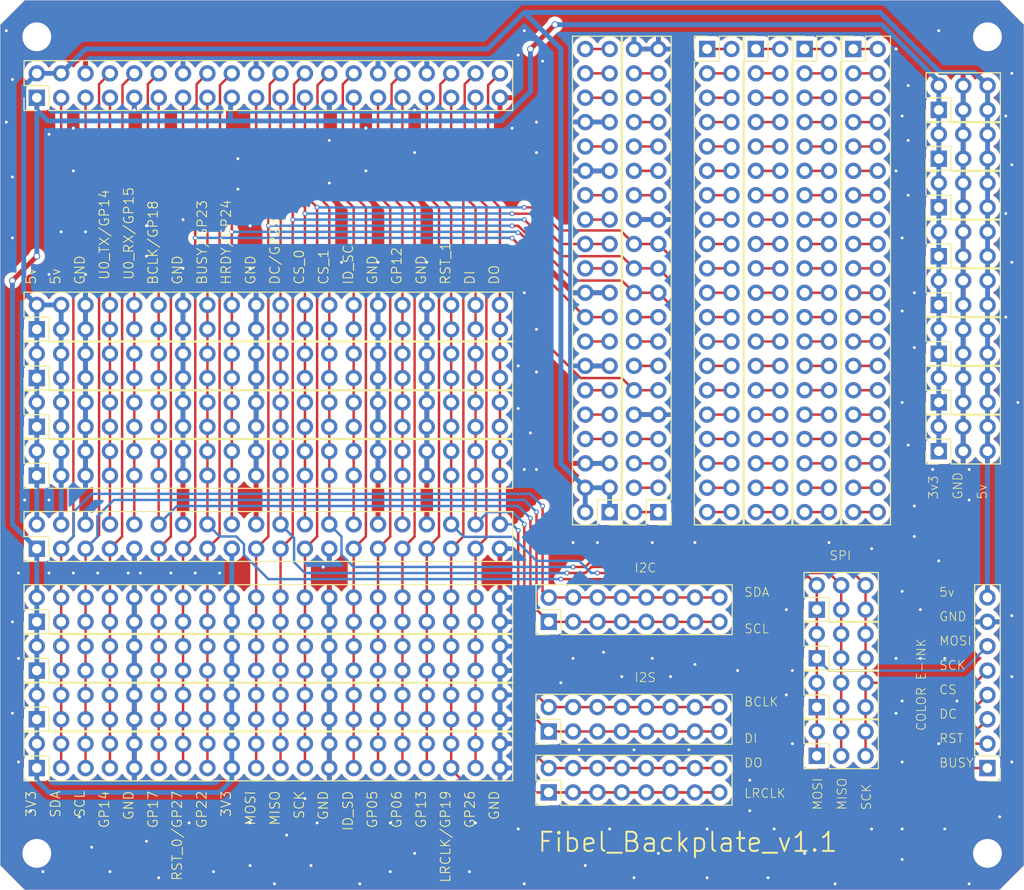
<source format=kicad_pcb>
(kicad_pcb (version 20240108) (generator "pcbnew") (generator_version "8.0")
  (title_block (title "Fibel Backplate v1.1") (date "2024-04-26") (rev "1.1"))
  (layers (0 "F.Cu" signal) (31 "B.Cu" signal) (34 "B.Paste" user) (35 "F.Paste" user) (36 "B.SilkS" user "B.Silkscreen") (37 "F.SilkS" user "F.Silkscreen") (38 "B.Mask" user) (39 "F.Mask" user) (44 "Edge.Cuts" user))
  (net 0 "")
  (net 1 "Net-(SV20-Pad1)")
  (net 2 "Net-(SV20-Pad3)")
  (net 3 "Net-(SV20-Pad5)")
  (net 4 "Net-(SV20-Pad7)")
  (net 5 "Net-(SV20-Pad10)")
  (net 6 "Net-(SV20-Pad11)")
  (net 7 "Net-(SV20-Pad13)")
  (net 8 "Net-(SV20-Pad15)")
  (net 9 "Net-(SV20-Pad17)")
  (net 10 "Net-(SV20-Pad19)")
  (net 11 "Net-(SV20-Pad21)")
  (net 12 "Net-(SV20-Pad23)")
  (net 13 "Net-(SV20-Pad25)")
  (net 14 "Net-(SV20-Pad27)")
  (net 15 "Net-(SV20-Pad29)")
  (net 16 "Net-(SV20-Pad31)")
  (net 17 "Net-(SV20-Pad33)")
  (net 18 "Net-(SV20-Pad35)")
  (net 19 "Net-(SV20-Pad37)")
  (net 20 "Net-(SV20-Pad39)")
  (net 21 "Net-(SV21-Pad1)")
  (net 22 "Net-(SV21-Pad3)")
  (net 23 "Net-(SV21-Pad5)")
  (net 24 "Net-(SV21-Pad7)")
  (net 25 "Net-(SV21-Pad10)")
  (net 26 "Net-(SV21-Pad11)")
  (net 27 "Net-(SV21-Pad13)")
  (net 28 "Net-(SV21-Pad15)")
  (net 29 "Net-(SV21-Pad17)")
  (net 30 "Net-(SV21-Pad19)")
  (net 31 "Net-(SV21-Pad21)")
  (net 32 "Net-(SV21-Pad23)")
  (net 33 "Net-(SV21-Pad25)")
  (net 34 "Net-(SV21-Pad27)")
  (net 35 "Net-(SV21-Pad29)")
  (net 36 "Net-(SV21-Pad31)")
  (net 37 "Net-(SV21-Pad33)")
  (net 38 "Net-(SV21-Pad35)")
  (net 39 "Net-(SV21-Pad37)")
  (net 40 "Net-(SV21-Pad39)")
  (net 41 "Net-(SV23-Pad1)")
  (net 42 "Net-(SV23-Pad3)")
  (net 43 "Net-(SV23-Pad5)")
  (net 44 "Net-(SV23-Pad7)")
  (net 45 "Net-(SV23-Pad15)")
  (net 46 "Net-(SV23-Pad13)")
  (net 47 "Net-(SV23-Pad27)")
  (net 48 "Net-(SV23-Pad29)")
  (net 49 "Net-(SV23-Pad31)")
  (net 50 "Net-(SV23-Pad33)")
  (net 51 "Net-(SV23-Pad35)")
  (net 52 "Net-(SV23-Pad37)")
  (net 53 "Net-(SV24-Pad1)")
  (net 54 "Net-(SV24-Pad3)")
  (net 55 "Net-(SV24-Pad5)")
  (net 56 "Net-(SV24-Pad7)")
  (net 57 "Net-(SV24-Pad10)")
  (net 58 "Net-(SV24-Pad11)")
  (net 59 "Net-(SV24-Pad13)")
  (net 60 "Net-(SV24-Pad15)")
  (net 61 "Net-(SV24-Pad17)")
  (net 62 "Net-(SV24-Pad19)")
  (net 63 "Net-(SV24-Pad21)")
  (net 64 "Net-(SV24-Pad23)")
  (net 65 "Net-(SV24-Pad25)")
  (net 66 "Net-(SV24-Pad27)")
  (net 67 "Net-(SV24-Pad29)")
  (net 68 "Net-(SV24-Pad31)")
  (net 69 "Net-(SV24-Pad33)")
  (net 70 "Net-(SV24-Pad35)")
  (net 71 "Net-(SV24-Pad37)")
  (net 72 "Net-(SV24-Pad39)")
  (net 73 "Net-(SV25-Pad1)")
  (net 74 "Net-(SV25-Pad3)")
  (net 75 "Net-(SV25-Pad5)")
  (net 76 "Net-(SV25-Pad7)")
  (net 77 "Net-(SV25-Pad10)")
  (net 78 "Net-(SV25-Pad11)")
  (net 79 "Net-(SV25-Pad13)")
  (net 80 "Net-(SV25-Pad15)")
  (net 81 "Net-(SV25-Pad17)")
  (net 82 "Net-(SV25-Pad19)")
  (net 83 "Net-(SV25-Pad21)")
  (net 84 "Net-(SV25-Pad23)")
  (net 85 "Net-(SV25-Pad25)")
  (net 86 "Net-(SV25-Pad27)")
  (net 87 "Net-(SV25-Pad29)")
  (net 88 "Net-(SV25-Pad31)")
  (net 89 "Net-(SV25-Pad33)")
  (net 90 "Net-(SV25-Pad35)")
  (net 91 "Net-(SV25-Pad37)")
  (net 92 "Net-(SV25-Pad39)")
  (net 93 "+3.3V")
  (net 94 "+5V")
  (net 95 "/SDA")
  (net 96 "/SCL")
  (net 97 "GND")
  (net 98 "/GP14")
  (net 99 "/U0_TX")
  (net 100 "/U0_RX")
  (net 101 "/GP17")
  (net 102 "/BCLK")
  (net 103 "/RST_0")
  (net 104 "/GP22")
  (net 105 "/BUSY")
  (net 106 "/MOSI")
  (net 107 "/MISO")
  (net 108 "/DC")
  (net 109 "/SCK")
  (net 110 "/CS_0")
  (net 111 "/CS_1")
  (net 112 "/ID_SD")
  (net 113 "/ID_SC")
  (net 114 "/GP05")
  (net 115 "/GP06")
  (net 116 "/GP12")
  (net 117 "/GP13")
  (net 118 "/LRCLK")
  (net 119 "/RST_1")
  (net 120 "/GP26")
  (net 121 "/DI")
  (net 122 "/DO")
  (net 123 "/HRDY")
  (net 124 "Net-(SV7-Pad7)")
  (net 125 "Net-(SV7-Pad10)")
  (net 126 "Net-(SV7-Pad11)")
  (net 127 "Net-(SV7-Pad15)")
  (net 128 "Net-(SV7-Pad21)")
  (net 129 "Net-(SV7-Pad25)")
  (net 130 "Net-(SV7-Pad27)")
  (net 131 "Net-(SV7-Pad31)")
  (net 132 "Net-(SV7-Pad35)")
  (net 133 "Net-(SV7-Pad37)")
  (net 134 "Net-(SV7-Pad39)")
  (net 135 "Net-(SV23-Pad17)")
  (footprint "Connector_PinHeader_2.54mm:PinHeader_2x03_P2.54mm_Vertical" (layer "F.Cu") (at 161.29 114.3 90)
    (property "Reference" "SV29" (hide yes))
    (property "Value" "MA03-2")
  )
  (footprint "Connector_PinHeader_2.54mm:PinHeader_2x08_P2.54mm_Vertical" (layer "F.Cu") (at 133.35 133.35 90)
    (property "Reference" "SV31" (hide yes))
    (property "Value" "MA08-2" (hide yes))
  )
  (footprint "Connector_PinHeader_2.54mm:PinHeader_2x20_P2.54mm_Vertical" (layer "F.Cu") (at 144.78 104.14 180)
    (property "Reference" "SV23" (hide yes))
    (property "Value" "MA20-2" (hide yes))
  )
  (footprint "Connector_PinHeader_2.54mm:PinHeader_2x20_P2.54mm_Vertical" (layer "F.Cu") (at 80.01 107.95 90)
    (property "Reference" "SV2" (hide yes))
    (property "Value" "MA20-2" (hide yes))
  )
  (footprint "Connector_PinHeader_2.54mm:PinHeader_2x03_P2.54mm_Vertical" (layer "F.Cu") (at 174.005 72.385 90)
    (property "Reference" "SV39" (hide yes))
    (property "Value" "MA03-2")
  )
  (footprint "Connector_PinHeader_2.54mm:PinHeader_2x03_P2.54mm_Vertical" (layer "F.Cu") (at 174.005 87.63 90)
    (property "Reference" "SV36" (hide yes))
    (property "Value" "MA03-2")
  )
  (footprint "Connector_PinHeader_2.54mm:PinHeader_2x20_P2.54mm_Vertical" (layer "F.Cu") (at 80.01 90.17 90)
    (property "Reference" "SV5" (hide yes))
    (property "Value" "MA20-2" (hide yes))
  )
  (footprint "Connector_PinHeader_2.54mm:PinHeader_2x20_P2.54mm_Vertical" (layer "F.Cu") (at 80.01 100.33 90)
    (property "Reference" "SV3" (hide yes))
    (property "Value" "MA20-2" (hide yes))
  )
  (footprint "Connector_PinHeader_2.54mm:PinHeader_2x20_P2.54mm_Vertical" (layer "F.Cu") (at 139.7 104.14 180)
    (property "Reference" "SV7" (hide yes))
    (property "Value" "MA20-2")
  )
  (footprint "Connector_PinHeader_2.54mm:PinHeader_2x20_P2.54mm_Vertical" (layer "F.Cu") (at 80.01 125.73 90)
    (property "Reference" "SV12" (hide yes))
    (property "Value" "MA20-2" (hide yes))
  )
  (footprint "Connector_PinHeader_2.54mm:PinHeader_2x03_P2.54mm_Vertical" (layer "F.Cu") (at 174.005 62.23 90)
    (property "Reference" "SV41" (hide yes))
    (property "Value" "MA03-2")
  )
  (footprint "Connector_PinHeader_2.54mm:PinHeader_2x20_P2.54mm_Vertical" (layer "F.Cu") (at 149.86 55.88)
    (property "Reference" "SV20" (hide yes))
    (property "Value" "MA20-2" (hide yes))
  )
  (footprint "Connector_PinHeader_2.54mm:PinHeader_2x03_P2.54mm_Vertical" (layer "F.Cu") (at 174.005 67.31 90)
    (property "Reference" "SV40" (hide yes))
    (property "Value" "MA03-2")
  )
  (footprint "Connector_PinHeader_2.54mm:PinHeader_2x20_P2.54mm_Vertical" (layer "F.Cu") (at 160.015 55.88)
    (property "Reference" "SV24" (hide yes))
    (property "Value" "MA20-2" (hide yes))
  )
  (footprint "Connector_PinHeader_2.54mm:PinHeader_2x03_P2.54mm_Vertical" (layer "F.Cu") (at 174.005 77.47 90)
    (property "Reference" "SV38" (hide yes))
    (property "Value" "MA03-2")
  )
  (footprint "Connector_PinHeader_2.54mm:PinHeader_2x20_P2.54mm_Vertical" (layer "F.Cu") (at 80.01 85.09 90)
    (property "Reference" "SV6" (hide yes))
    (property "Value" "MA20-2" (hide yes))
  )
  (footprint "Connector_PinHeader_2.54mm:PinHeader_2x20_P2.54mm_Vertical" (layer "F.Cu") (at 80.01 130.81 90)
    (property "Reference" "SV11" (hide yes))
    (property "Value" "MA20-2" (hide yes))
  )
  (footprint "Connector_PinHeader_2.54mm:PinHeader_2x20_P2.54mm_Vertical" (layer "F.Cu") (at 80.01 120.65 90)
    (property "Reference" "SV13" (hide yes))
    (property "Value" "MA20-2" (hide yes))
  )
  (footprint "Connector_PinHeader_2.54mm:PinHeader_2x03_P2.54mm_Vertical" (layer "F.Cu") (at 174.005 92.71 90)
    (property "Reference" "SV35" (hide yes))
    (property "Value" "MA03-2")
  )
  (footprint "Connector_PinHeader_2.54mm:PinHeader_2x20_P2.54mm_Vertical" (layer "F.Cu") (at 80.01 60.96 90)
    (property "Reference" "SV1" (hide yes))
    (property "Value" "MA20-2" (hide yes))
  )
  (footprint "Connector_PinHeader_2.54mm:PinHeader_2x20_P2.54mm_Vertical" (layer "F.Cu") (at 80.01 95.25 90)
    (property "Reference" "SV4" (hide yes))
    (property "Value" "MA20-2" (hide yes))
  )
  (footprint "Connector_PinHeader_2.54mm:PinHeader_2x20_P2.54mm_Vertical" (layer "F.Cu") (at 165.095 55.88)
    (property "Reference" "SV25" (hide yes))
    (property "Value" "MA20-2" (hide yes))
  )
  (footprint "Connector_PinHeader_2.54mm:PinHeader_2x03_P2.54mm_Vertical" (layer "F.Cu") (at 174.005 97.79 90)
    (property "Reference" "SV34" (hide yes))
    (property "Value" "MA03-2")
  )
  (footprint "Connector_PinHeader_2.54mm:PinHeader_2x03_P2.54mm_Vertical" (layer "F.Cu") (at 174.005 82.55 90)
    (property "Reference" "SV37" (hide yes))
    (property "Value" "MA03-2")
  )
  (footprint "Connector_PinHeader_2.54mm:PinHeader_2x20_P2.54mm_Vertical" (layer "F.Cu") (at 80.01 115.57 90)
    (property "Reference" "SV14" (hide yes))
    (property "Value" "MA20-2" (hide yes))
  )
  (footprint "Connector_PinHeader_2.54mm:PinHeader_2x08_P2.54mm_Vertical" (layer "F.Cu") (at 133.35 127 90)
    (property "Reference" "SV32" (hide yes))
    (property "Value" "MA08-2" (hide yes))
  )
  (footprint "Connector_PinHeader_2.54mm:PinHeader_2x20_P2.54mm_Vertical" (layer "F.Cu") (at 154.94 55.88)
    (property "Reference" "SV21" (hide yes))
    (property "Value" "MA20-2" (hide yes))
  )
  (footprint "Connector_PinHeader_2.54mm:PinHeader_1x08_P2.54mm_Vertical" (layer "F.Cu") (at 179.07 130.81 180)
    (property "Reference" "SV19" (hide yes))
    (property "Value" "MA08-1" (hide yes))
  )
  (footprint "Connector_PinHeader_2.54mm:PinHeader_2x03_P2.54mm_Vertical" (layer "F.Cu") (at 161.29 119.38 90)
    (property "Reference" "SV28" (hide yes))
    (property "Value" "MA03-2")
  )
  (footprint "Connector_PinHeader_2.54mm:PinHeader_2x08_P2.54mm_Vertical" (layer "F.Cu") (at 133.365 115.575 90)
    (property "Reference" "SV30" (hide yes))
    (property "Value" "MA08-2" (hide yes))
  )
  (footprint "Connector_PinHeader_2.54mm:PinHeader_2x03_P2.54mm_Vertical" (layer "F.Cu") (at 161.29 129.54 90)
    (property "Reference" "SV26" (hide yes))
    (property "Value" "MA03-2")
  )
  (footprint "Connector_PinHeader_2.54mm:PinHeader_2x03_P2.54mm_Vertical" (layer "F.Cu") (at 161.29 124.46 90)
    (property "Reference" "SV27" (hide yes))
    (property "Value" "MA03-2")
  )
  (gr_line (start 78.74 143.51) (end 180.34 143.51) (stroke (width 0.05)) (layer "Edge.Cuts"))
  (gr_line (start 180.34 50.8) (end 78.74 50.8) (stroke (width 0.05)) (layer "Edge.Cuts"))
  (gr_line (start 76.2 53.34) (end 78.74 50.8) (stroke (width 0.05)) (layer "Edge.Cuts"))
  (gr_line (start 76.2 53.34) (end 76.2 140.97) (stroke (width 0.05)) (layer "Edge.Cuts"))
  (gr_line (start 180.34 143.51) (end 182.88 140.97) (stroke (width 0.05)) (layer "Edge.Cuts"))
  (gr_line (start 182.88 140.97) (end 182.88 53.34) (stroke (width 0.05)) (layer "Edge.Cuts"))
  (gr_line (start 182.88 53.34) (end 180.34 50.8) (stroke (width 0.05)) (layer "Edge.Cuts"))
  (gr_line (start 78.74 143.51) (end 76.2 140.97) (stroke (width 0.05)) (layer "Edge.Cuts"))
  (gr_text "GND" (at 176.53 102.87 90) (layer "F.SilkS") (effects (font (size 0.93472 0.93472) (thickness 0.08128)) (justify left bottom)))
  (gr_text "3V3" (at 100.32 136 90) (layer "F.SilkS") (effects (font (size 1 1) (thickness 0.1)) (justify left bottom)))
  (gr_text "GND" (at 110.436949 136.285714 90) (layer "F.SilkS") (effects (font (size 1 1) (thickness 0.1)) (justify left bottom)))
  (gr_text "CS" (at 173.99 123.19 0) (layer "F.SilkS") (effects (font (size 0.93472 0.93472) (thickness 0.08128)) (justify left bottom)))
  (gr_text "SCL" (at 85.08 136 90) (layer "F.SilkS") (effects (font (size 1 1) (thickness 0.1)) (justify left bottom)))
  (gr_text "5v" (at 173.99 113.03 0) (layer "F.SilkS") (effects (font (size 0.93472 0.93472) (thickness 0.08128)) (justify left bottom)))
  (gr_text "GND" (at 90.16 136.285714 90) (layer "F.SilkS") (effects (font (size 1 1) (thickness 0.1)) (justify left bottom)))
  (gr_text "ID_SD" (at 113.02 137.428571 90) (layer "F.SilkS") (effects (font (size 1 1) (thickness 0.1)) (justify left bottom)))
  (gr_text "5v" (at 82.54 80.5 90) (layer "F.SilkS") (effects (font (size 1 1) (thickness 0.1)) (justify left bottom)))
  (gr_text "MOSI" (at 161.925 135.255 90) (layer "F.SilkS") (effects (font (size 0.93472 0.93472) (thickness 0.08128)) (justify left bottom)))
  (gr_text "5v" (at 179.07 102.87 90) (layer "F.SilkS") (effects (font (size 0.93472 0.93472) (thickness 0.08128)) (justify left bottom)))
  (gr_text "RST" (at 173.99 128.27 0) (layer "F.SilkS") (effects (font (size 0.93472 0.93472) (thickness 0.08128)) (justify left bottom)))
  (gr_text "SDA" (at 153.67 113.03 0) (layer "F.SilkS") (effects (font (size 0.93472 0.93472) (thickness 0.08128)) (justify left bottom)))
  (gr_text "DI\n" (at 153.67 128.27 0) (layer "F.SilkS") (effects (font (size 0.93472 0.93472) (thickness 0.08128)) (justify left bottom)))
  (gr_text "GP22" (at 97.78 137.142857 90) (layer "F.SilkS") (effects (font (size 1 1) (thickness 0.1)) (justify left bottom)))
  (gr_text "CS_0" (at 107.94 80.5 90) (layer "F.SilkS") (effects (font (size 1 1) (thickness 0.1)) (justify left bottom)))
  (gr_text "DO" (at 153.67 130.81 0) (layer "F.SilkS") (effects (font (size 0.93472 0.93472) (thickness 0.08128)) (justify left bottom)))
  (gr_text "SCK" (at 107.94 136.190476 90) (layer "F.SilkS") (effects (font (size 1 1) (thickness 0.1)) (justify left bottom)))
  (gr_text "GND" (at 102.86 80.5 90) (layer "F.SilkS") (effects (font (size 1 1) (thickness 0.1)) (justify left bottom)))
  (gr_text "GP12" (at 118.1 80.5 90) (layer "F.SilkS") (effects (font (size 1 1) (thickness 0.1)) (justify left bottom)))
  (gr_text "SCK" (at 167.005 135.255 90) (layer "F.SilkS") (effects (font (size 0.93472 0.93472) (thickness 0.08128)) (justify left bottom)))
  (gr_text "ID_SC" (at 113.048773 80.5 90) (layer "F.SilkS") (effects (font (size 1 1) (thickness 0.1)) (justify left bottom)))
  (gr_text "DC" (at 173.99 125.73 0) (layer "F.SilkS") (effects (font (size 0.93472 0.93472) (thickness 0.08128)) (justify left bottom)))
  (gr_text "SPI" (at 162.56 109.22 0) (layer "F.SilkS") (effects (font (size 0.93472 0.93472) (thickness 0.08128)) (justify left bottom)))
  (gr_text "GND" (at 120.64 80.5 90) (layer "F.SilkS") (effects (font (size 1 1) (thickness 0.1)) (justify left bottom)))
  (gr_text "BUSY/GP23" (at 97.823051 80.5 90) (layer "F.SilkS") (effects (font (size 1 1) (thickness 0.1)) (justify left bottom)))
  (gr_text "GND" (at 173.99 115.57 0) (layer "F.SilkS") (effects (font (size 0.93472 0.93472) (thickness 0.08128)) (justify left bottom)))
  (gr_text "GND" (at 85.08 80.5 90) (layer "F.SilkS") (effects (font (size 1 1) (thickness 0.1)) (justify left bottom)))
  (gr_text "GP06" (at 118.1 137.142857 90) (layer "F.SilkS") (effects (font (size 1 1) (thickness 0.1)) (justify left bottom)))
  (gr_text "GP13" (at 120.64 137.142857 90) (layer "F.SilkS") (effects (font (size 1 1) (thickness 0.1)) (justify left bottom)))
  (gr_text "GND" (at 95.24 80.5 90) (layer "F.SilkS") (effects (font (size 1 1) (thickness 0.1)) (justify left bottom)))
  (gr_text "DO" (at 128.26 80.5 90) (layer "F.SilkS") (effects (font (size 1 1) (thickness 0.1)) (justify left bottom)))
  (gr_text "GND\n" (at 115.56 80.5 90) (layer "F.SilkS") (effects (font (size 1 1) (thickness 0.1)) (justify left bottom)))
  (gr_text "BUSY" (at 173.99 130.81 0) (layer "F.SilkS") (effects (font (size 0.93472 0.93472) (thickness 0.08128)) (justify left bottom)))
  (gr_text "GND" (at 128.26 136.285714 90) (layer "F.SilkS") (effects (font (size 1 1) (thickness 0.1)) (justify left bottom)))
  (gr_text "DC/GP25" (at 105.4 80.5 90) (layer "F.SilkS") (effects (font (size 1 1) (thickness 0.1)) (justify left bottom)))
  (gr_text "3V3" (at 80 136 90) (layer "F.SilkS") (effects (font (size 1 1) (thickness 0.1)) (justify left bottom)))
  (gr_text "HRDY/GP24" (at 100.32 80.5 90) (layer "F.SilkS") (effects (font (size 1 1) (thickness 0.1)) (justify left bottom)))
  (gr_text "GP26" (at 125.72 137.142857 90) (layer "F.SilkS") (effects (font (size 1 1) (thickness 0.1)) (justify left bottom)))
  (gr_text "I2S" (at 142.24 121.92 0) (layer "F.SilkS") (effects (font (size 0.93472 0.93472) (thickness 0.08128)) (justify left bottom)))
  (gr_text "GP14" (at 87.62 137.142857 90) (layer "F.SilkS") (effects (font (size 1 1) (thickness 0.1)) (justify left bottom)))
  (gr_text "SDA" (at 82.54 136.047619 90) (layer "F.SilkS") (effects (font (size 1 1) (thickness 0.1)) (justify left bottom)))
  (gr_text "CS_1" (at 110.48 80.5 90) (layer "F.SilkS") (effects (font (size 1 1) (thickness 0.1)) (justify left bottom)))
  (gr_text "MISO" (at 164.465 135.255 90) (layer "F.SilkS") (effects (font (size 0.93472 0.93472) (thickness 0.08128)) (justify left bottom)))
  (gr_text "GP05" (at 115.56 137.142857 90) (layer "F.SilkS") (effects (font (size 1 1) (thickness 0.1)) (justify left bottom)))
  (gr_text "U0_RX/GP15" (at 90.17 80 90) (layer "F.SilkS") (effects (font (size 1 1) (thickness 0.1)) (justify left bottom)))
  (gr_text "LRCLK" (at 153.67 133.985 0) (layer "F.SilkS") (effects (font (size 0.93472 0.93472) (thickness 0.08128)) (justify left bottom)))
  (gr_text "SCL" (at 153.67 116.84 0) (layer "F.SilkS") (effects (font (size 0.93472 0.93472) (thickness 0.08128)) (justify left bottom)))
  (gr_text "3v3" (at 173.99 102.87 90) (layer "F.SilkS") (effects (font (size 0.93472 0.93472) (thickness 0.08128)) (justify left bottom)))
  (gr_text "LRCLK/GP19" (at 123.18 142.809524 90) (layer "F.SilkS") (effects (font (size 1 1) (thickness 0.1)) (justify left bottom)))
  (gr_text "U0_TX/GP14" (at 87.63 80 90) (layer "F.SilkS") (effects (font (size 1 1) (thickness 0.1)) (justify left bottom)))
  (gr_text "SCK" (at 173.99 120.65 0) (layer "F.SilkS") (effects (font (size 0.93472 0.93472) (thickness 0.08128)) (justify left bottom)))
  (gr_text "RST_0/GP27" (at 95.211227 142.619048 90) (layer "F.SilkS") (effects (font (size 1 1) (thickness 0.1)) (justify left bottom)))
  (gr_text "RST_1" (at 123.18 80.5 90) (layer "F.SilkS") (effects (font (size 1 1) (thickness 0.1)) (justify left bottom)))
  (gr_text "MOSI" (at 102.86 136.857142 90) (layer "F.SilkS") (effects (font (size 1 1) (thickness 0.1)) (justify left bottom)))
  (gr_text "BCLK" (at 153.67 124.46 0) (layer "F.SilkS") (effects (font (size 0.93472 0.93472) (thickness 0.08128)) (justify left bottom)))
  (gr_text "5v" (at 80 80.5 90) (layer "F.SilkS") (effects (font (size 1 1) (thickness 0.1)) (justify left bottom)))
  (gr_text "GP17" (at 92.7 137.142857 90) (layer "F.SilkS") (effects (font (size 1 1) (thickness 0.1)) (justify left bottom)))
  (gr_text "BCLK/GP18" (at 92.7 80.5 90) (layer "F.SilkS") (effects (font (size 1 1) (thickness 0.1)) (justify left bottom)))
  (gr_text "Fibel_Backplate_v1.1" (at 132.08 139.7 0) (layer "F.SilkS") (effects (font (size 2 2) (thickness 0.2)) (justify left bottom)))
  (gr_text "MISO" (at 105.4 136.857142 90) (layer "F.SilkS") (effects (font (size 1 1) (thickness 0.1)) (justify left bottom)))
  (gr_text "MOSI" (at 173.99 118.11 0) (layer "F.SilkS") (effects (font (size 0.93472 0.93472) (thickness 0.08128)) (justify left bottom)))
  (gr_text "I2C" (at 142.24 110.49 0) (layer "F.SilkS") (effects (font (size 0.93472 0.93472) (thickness 0.08128)) (justify left bottom)))
  (gr_text "DI" (at 125.72 80.5 90) (layer "F.SilkS") (effects (font (size 1 1) (thickness 0.1)) (justify left bottom)))
  (gr_text "COLOR E-INK" (at 172.72 127 90) (layer "F.SilkS") (effects (font (size 0.93472 0.93472) (thickness 0.08128)) (justify left bottom)))
  (segment (start 149.86 55.88) (end 152.4 55.88) (width 0.254) (layer "F.Cu") (net 1))
  (segment (start 152.4 58.42) (end 149.86 58.42) (width 0.254) (layer "F.Cu") (net 2))
  (segment (start 149.86 60.96) (end 152.4 60.96) (width 0.254) (layer "F.Cu") (net 3))
  (segment (start 152.4 63.5) (end 149.86 63.5) (width 0.254) (layer "F.Cu") (net 4))
  (segment (start 149.86 66.04) (end 152.4 66.04) (width 0.254) (layer "F.Cu") (net 5))
  (segment (start 152.4 68.58) (end 149.86 68.58) (width 0.254) (layer "F.Cu") (net 6))
  (segment (start 149.86 71.12) (end 152.4 71.12) (width 0.254) (layer "F.Cu") (net 7))
  (segment (start 152.4 73.66) (end 149.86 73.66) (width 0.254) (layer "F.Cu") (net 8))
  (segment (start 149.86 76.2) (end 152.4 76.2) (width 0.254) (layer "F.Cu") (net 9))
  (segment (start 152.4 78.74) (end 149.86 78.74) (width 0.254) (layer "F.Cu") (net 10))
  (segment (start 149.86 81.28) (end 152.4 81.28) (width 0.254) (layer "F.Cu") (net 11))
  (segment (start 152.4 83.82) (end 149.86 83.82) (width 0.254) (layer "F.Cu") (net 12))
  (segment (start 149.86 86.36) (end 152.4 86.36) (width 0.254) (layer "F.Cu") (net 13))
  (segment (start 152.4 88.9) (end 149.86 88.9) (width 0.254) (layer "F.Cu") (net 14))
  (segment (start 149.86 91.44) (end 152.4 91.44) (width 0.254) (layer "F.Cu") (net 15))
  (segment (start 152.4 93.98) (end 149.86 93.98) (width 0.254) (layer "F.Cu") (net 16))
  (segment (start 149.86 96.52) (end 152.4 96.52) (width 0.254) (layer "F.Cu") (net 17))
  (segment (start 152.4 99.06) (end 149.86 99.06) (width 0.254) (layer "F.Cu") (net 18))
  (segment (start 149.86 101.6) (end 152.4 101.6) (width 0.254) (layer "F.Cu") (net 19))
  (segment (start 152.4 104.14) (end 149.86 104.14) (width 0.254) (layer "F.Cu") (net 20))
  (segment (start 154.94 55.88) (end 157.48 55.88) (width 0.254) (layer "F.Cu") (net 21))
  (segment (start 157.48 58.42) (end 154.94 58.42) (width 0.254) (layer "F.Cu") (net 22))
  (segment (start 154.94 60.96) (end 157.48 60.96) (width 0.254) (layer "F.Cu") (net 23))
  (segment (start 157.48 63.5) (end 154.94 63.5) (width 0.254) (layer "F.Cu") (net 24))
  (segment (start 154.94 66.04) (end 157.48 66.04) (width 0.254) (layer "F.Cu") (net 25))
  (segment (start 157.48 68.58) (end 154.94 68.58) (width 0.254) (layer "F.Cu") (net 26))
  (segment (start 157.48 71.12) (end 154.94 71.12) (width 0.254) (layer "F.Cu") (net 27))
  (segment (start 157.48 73.66) (end 154.94 73.66) (width 0.254) (layer "F.Cu") (net 28))
  (segment (start 154.94 76.2) (end 157.48 76.2) (width 0.254) (layer "F.Cu") (net 29))
  (segment (start 157.48 78.74) (end 154.94 78.74) (width 0.254) (layer "F.Cu") (net 30))
  (segment (start 154.94 81.28) (end 157.48 81.28) (width 0.254) (layer "F.Cu") (net 31))
  (segment (start 157.48 83.82) (end 154.94 83.82) (width 0.254) (layer "F.Cu") (net 32))
  (segment (start 154.94 86.36) (end 157.48 86.36) (width 0.254) (layer "F.Cu") (net 33))
  (segment (start 157.48 88.9) (end 154.94 88.9) (width 0.254) (layer "F.Cu") (net 34))
  (segment (start 154.94 91.44) (end 157.48 91.44) (width 0.254) (layer "F.Cu") (net 35))
  (segment (start 157.48 93.98) (end 154.94 93.98) (width 0.254) (layer "F.Cu") (net 36))
  (segment (start 154.94 96.52) (end 157.48 96.52) (width 0.254) (layer "F.Cu") (net 37))
  (segment (start 157.48 99.06) (end 154.94 99.06) (width 0.254) (layer "F.Cu") (net 38))
  (segment (start 154.94 101.6) (end 157.48 101.6) (width 0.254) (layer "F.Cu") (net 39))
  (segment (start 157.48 104.14) (end 154.94 104.14) (width 0.254) (layer "F.Cu") (net 40))
  (segment (start 142.24 104.14) (end 144.78 104.14) (width 0.254) (layer "F.Cu") (net 41))
  (segment (start 142.24 101.6) (end 144.78 101.6) (width 0.254) (layer "F.Cu") (net 42))
  (segment (start 142.24 99.06) (end 144.78 99.06) (width 0.254) (layer "F.Cu") (net 43))
  (segment (start 142.24 96.52) (end 144.78 96.52) (width 0.254) (layer "F.Cu") (net 44))
  (segment (start 144.78 86.36) (end 142.24 86.36) (width 0.254) (layer "F.Cu") (net 45))
  (segment (start 142.24 88.9) (end 144.78 88.9) (width 0.254) (layer "F.Cu") (net 46))
  (segment (start 142.24 71.12) (end 144.78 71.12) (width 0.254) (layer "F.Cu") (net 47))
  (segment (start 142.24 68.58) (end 144.78 68.58) (width 0.254) (layer "F.Cu") (net 48))
  (segment (start 142.24 66.04) (end 144.78 66.04) (width 0.254) (layer "F.Cu") (net 49))
  (segment (start 142.24 63.5) (end 144.78 63.5) (width 0.254) (layer "F.Cu") (net 50))
  (segment (start 142.24 60.96) (end 144.78 60.96) (width 0.254) (layer "F.Cu") (net 51))
  (segment (start 142.24 58.42) (end 144.78 58.42) (width 0.254) (layer "F.Cu") (net 52))
  (segment (start 162.555 55.88) (end 160.015 55.88) (width 0.254) (layer "F.Cu") (net 53))
  (segment (start 160.015 58.42) (end 162.555 58.42) (width 0.254) (layer "F.Cu") (net 54))
  (segment (start 162.555 60.96) (end 160.015 60.96) (width 0.254) (layer "F.Cu") (net 55))
  (segment (start 160.015 63.5) (end 162.555 63.5) (width 0.254) (layer "F.Cu") (net 56))
  (segment (start 162.555 66.04) (end 160.015 66.04) (width 0.254) (layer "F.Cu") (net 57))
  (segment (start 160.015 68.58) (end 162.555 68.58) (width 0.254) (layer "F.Cu") (net 58))
  (segment (start 162.555 71.12) (end 160.015 71.12) (width 0.254) (layer "F.Cu") (net 59))
  (segment (start 160.015 73.66) (end 162.555 73.66) (width 0.254) (layer "F.Cu") (net 60))
  (segment (start 162.555 76.2) (end 160.015 76.2) (width 0.254) (layer "F.Cu") (net 61))
  (segment (start 160.015 78.74) (end 162.555 78.74) (width 0.254) (layer "F.Cu") (net 62))
  (segment (start 162.555 81.28) (end 160.015 81.28) (width 0.254) (layer "F.Cu") (net 63))
  (segment (start 160.015 83.82) (end 162.555 83.82) (width 0.254) (layer "F.Cu") (net 64))
  (segment (start 160.015 86.36) (end 162.555 86.36) (width 0.254) (layer "F.Cu") (net 65))
  (segment (start 160.015 88.9) (end 162.555 88.9) (width 0.254) (layer "F.Cu") (net 66))
  (segment (start 160.015 91.44) (end 162.555 91.44) (width 0.254) (layer "F.Cu") (net 67))
  (segment (start 160.015 93.98) (end 162.555 93.98) (width 0.254) (layer "F.Cu") (net 68))
  (segment (start 160.015 96.52) (end 162.555 96.52) (width 0.254) (layer "F.Cu") (net 69))
  (segment (start 160.015 99.06) (end 162.555 99.06) (width 0.254) (layer "F.Cu") (net 70))
  (segment (start 160.015 101.6) (end 162.555 101.6) (width 0.254) (layer "F.Cu") (net 71))
  (segment (start 160.015 104.14) (end 162.555 104.14) (width 0.254) (layer "F.Cu") (net 72))
  (segment (start 167.635 55.88) (end 165.095 55.88) (width 0.254) (layer "F.Cu") (net 73))
  (segment (start 165.095 58.42) (end 167.635 58.42) (width 0.254) (layer "F.Cu") (net 74))
  (segment (start 167.635 60.96) (end 165.095 60.96) (width 0.254) (layer "F.Cu") (net 75))
  (segment (start 165.095 63.5) (end 167.635 63.5) (width 0.254) (layer "F.Cu") (net 76))
  (segment (start 167.635 66.04) (end 165.095 66.04) (width 0.254) (layer "F.Cu") (net 77))
  (segment (start 165.095 68.58) (end 167.635 68.58) (width 0.254) (layer "F.Cu") (net 78))
  (segment (start 167.635 71.12) (end 165.095 71.12) (width 0.254) (layer "F.Cu") (net 79))
  (segment (start 165.095 73.66) (end 167.635 73.66) (width 0.254) (layer "F.Cu") (net 80))
  (segment (start 167.635 76.2) (end 165.095 76.2) (width 0.254) (layer "F.Cu") (net 81))
  (segment (start 165.095 78.74) (end 167.635 78.74) (width 0.254) (layer "F.Cu") (net 82))
  (segment (start 165.095 81.28) (end 167.635 81.28) (width 0.254) (layer "F.Cu") (net 83))
  (segment (start 167.635 83.82) (end 165.095 83.82) (width 0.254) (layer "F.Cu") (net 84))
  (segment (start 165.095 86.36) (end 167.635 86.36) (width 0.254) (layer "F.Cu") (net 85))
  (segment (start 167.635 88.9) (end 165.095 88.9) (width 0.254) (layer "F.Cu") (net 86))
  (segment (start 165.095 91.44) (end 167.635 91.44) (width 0.254) (layer "F.Cu") (net 87))
  (segment (start 165.095 93.98) (end 167.635 93.98) (width 0.254) (layer "F.Cu") (net 88))
  (segment (start 167.635 96.52) (end 165.095 96.52) (width 0.254) (layer "F.Cu") (net 89))
  (segment (start 165.095 99.06) (end 167.635 99.06) (width 0.254) (layer "F.Cu") (net 90))
  (segment (start 165.095 101.6) (end 167.635 101.6) (width 0.254) (layer "F.Cu") (net 91))
  (segment (start 165.095 104.14) (end 167.635 104.14) (width 0.254) (layer "F.Cu") (net 92))
  (segment (start 134.000504 53.34) (end 131.452752 55.887752) (width 0.508) (layer "F.Cu") (net 93))
  (segment (start 77.47 80.01) (end 80.01 77.47) (width 0.508) (layer "F.Cu") (net 93))
  (via (at 77.47 80.01) (size 0.7) (drill 0.5) (layers "F.Cu" "B.Cu") (net 93))
  (via (at 134.000504 53.34) (size 0.7) (drill 0.5) (layers "F.Cu" "B.Cu") (net 93))
  (via (at 80.01 77.47) (size 0.7) (drill 0.5) (layers "F.Cu" "B.Cu") (net 93))
  (via (at 131.452752 55.887752) (size 0.7) (drill 0.5) (layers "F.Cu" "B.Cu") (net 93))
  (segment (start 80.01 132.08) (end 81.28 133.35) (width 0.508) (layer "B.Cu") (net 93))
  (segment (start 80.01 130.945) (end 80.01 132.08) (width 0.508) (layer "B.Cu") (net 93))
  (segment (start 80.01 107.95) (end 77.47 105.41) (width 0.508) (layer "B.Cu") (net 93))
  (segment (start 100.207 61.083) (end 100.33 60.96) (width 0.508) (layer "B.Cu") (net 93))
  (segment (start 100.33 130.945) (end 100.33 107.95) (width 0.508) (layer "B.Cu") (net 93))
  (segment (start 131.452752 60.317248) (end 128.393 63.377) (width 0.508) (layer "B.Cu") (net 93))
  (segment (start 77.47 105.41) (end 77.47 80.01) (width 0.508) (layer "B.Cu") (net 93))
  (segment (start 100.207 63.377) (end 100.207 61.083) (width 0.508) (layer "B.Cu") (net 93))
  (segment (start 80.01 130.945) (end 80.01 107.95) (width 0.508) (layer "B.Cu") (net 93))
  (segment (start 174.005 59.268026) (end 174.005 59.69) (width 0.508) (layer "B.Cu") (net 93))
  (segment (start 168.076974 53.34) (end 174.005 59.268026) (width 0.508) (layer "B.Cu") (net 93))
  (segment (start 80.01 60.96) (end 80.01 77.47) (width 0.508) (layer "B.Cu") (net 93))
  (segment (start 131.452752 55.887752) (end 131.452752 60.317248) (width 0.508) (layer "B.Cu") (net 93))
  (segment (start 99.06 133.35) (end 100.33 132.08) (width 0.508) (layer "B.Cu") (net 93))
  (segment (start 174.005 97.79) (end 174.005 59.69) (width 0.508) (layer "B.Cu") (net 93))
  (segment (start 80.01 62.23) (end 80.01 60.96) (width 0.508) (layer "B.Cu") (net 93))
  (segment (start 81.157 63.377) (end 80.01 62.23) (width 0.508) (layer "B.Cu") (net 93))
  (segment (start 128.393 63.377) (end 81.157 63.377) (width 0.508) (layer "B.Cu") (net 93))
  (segment (start 134.000504 53.34) (end 168.076974 53.34) (width 0.508) (layer "B.Cu") (net 93))
  (segment (start 100.33 132.08) (end 100.33 130.945) (width 0.508) (layer "B.Cu") (net 93))
  (segment (start 81.28 133.35) (end 99.06 133.35) (width 0.508) (layer "B.Cu") (net 93))
  (segment (start 80.01 105.41) (end 80.01 82.55) (width 0.508) (layer "B.Cu") (net 94))
  (segment (start 179.07 113.03) (end 179.07 97.805) (width 0.508) (layer "B.Cu") (net 94))
  (segment (start 174.146604 58.332) (end 177.727 58.332) (width 0.508) (layer "B.Cu") (net 94))
  (segment (start 80.01 58.42) (end 82.55 58.42) (width 0.508) (layer "B.Cu") (net 94))
  (segment (start 139.7 104.14) (end 139.7 101.6) (width 0.508) (layer "B.Cu") (net 94))
  (segment (start 85.09 55.88) (end 82.55 58.42) (width 0.508) (layer "B.Cu") (net 94))
  (segment (start 177.727 58.332) (end 179.085 59.69) (width 0.508) (layer "B.Cu") (net 94))
  (segment (start 179.07 97.805) (end 179.085 97.79) (width 0.508) (layer "B.Cu") (net 94))
  (segment (start 127 55.88) (end 85.09 55.88) (width 0.508) (layer "B.Cu") (net 94))
  (segment (start 130.81 52.07) (end 127 55.88) (width 0.508) (layer "B.Cu") (net 94))
  (segment (start 139.7 101.6) (end 137.16 101.6) (width 0.508) (layer "B.Cu") (net 94))
  (segment (start 80.01 82.55) (end 82.55 82.55) (width 0.508) (layer "B.Cu") (net 94))
  (segment (start 167.887104 52.0725) (end 174.146604 58.332) (width 0.508) (layer "B.Cu") (net 94))
  (segment (start 143.5075 52.0725) (end 167.887104 52.0725) (width 0.508) (layer "B.Cu") (net 94))
  (segment (start 130.81 52.07) (end 143.505 52.07) (width 0.508) (layer "B.Cu") (net 94))
  (segment (start 80.01 82.55) (end 78.652 81.192) (width 0.508) (layer "B.Cu") (net 94))
  (segment (start 82.55 105.41) (end 82.55 82.55) (width 0.508) (layer "B.Cu") (net 94))
  (segment (start 143.505 52.07) (end 143.5075 52.0725) (width 0.508) (layer "B.Cu") (net 94))
  (segment (start 134.62 55.88) (end 134.62 99.06) (width 0.508) (layer "B.Cu") (net 94))
  (segment (start 137.16 104.14) (end 137.16 101.6) (width 0.508) (layer "B.Cu") (net 94))
  (segment (start 134.62 99.06) (end 137.16 101.6) (width 0.508) (layer "B.Cu") (net 94))
  (segment (start 78.652 81.192) (end 78.652 59.778) (width 0.508) (layer "B.Cu") (net 94))
  (segment (start 179.085 59.69) (end 179.085 97.79) (width 0.508) (layer "B.Cu") (net 94))
  (segment (start 130.81 52.07) (end 134.62 55.88) (width 0.508) (layer "B.Cu") (net 94))
  (segment (start 78.652 59.778) (end 80.01 58.42) (width 0.508) (layer "B.Cu") (net 94))
  (segment (start 82.55 60.96) (end 82.55 71.12) (width 0.254) (layer "F.Cu") (net 95))
  (segment (start 82.55 71.12) (end 83.82 72.39) (width 0.254) (layer "F.Cu") (net 95))
  (segment (start 83.82 106.68) (end 82.55 107.95) (width 0.254) (layer "F.Cu") (net 95))
  (segment (start 82.55 107.95) (end 82.55 130.945) (width 0.254) (layer "F.Cu") (net 95))
  (segment (start 132.715 112.395) (end 132.715 103.505) (width 0.254) (layer "F.Cu") (net 95))
  (segment (start 133.365 113.035) (end 133.355 113.035) (width 0.254) (layer "F.Cu") (net 95))
  (segment (start 133.355 113.035) (end 132.715 112.395) (width 0.254) (layer "F.Cu") (net 95))
  (segment (start 151.145 113.035) (end 133.365 113.035) (width 0.254) (layer "F.Cu") (net 95))
  (segment (start 83.82 72.39) (end 83.82 106.68) (width 0.254) (layer "F.Cu") (net 95))
  (via (at 132.715 103.505) (size 0.5) (drill 0.3) (layers "F.Cu" "B.Cu") (net 95))
  (segment (start 83.859 104.101) (end 83.859 106.641) (width 0.254) (layer "B.Cu") (net 95))
  (segment (start 83.859 106.641) (end 82.55 107.95) (width 0.254) (layer "B.Cu") (net 95))
  (segment (start 85.725 102.235) (end 83.859 104.101) (width 0.254) (layer "B.Cu") (net 95))
  (segment (start 131.445 102.235) (end 85.725 102.235) (width 0.254) (layer "B.Cu") (net 95))
  (segment (start 132.715 103.505) (end 131.445 102.235) (width 0.254) (layer "B.Cu") (net 95))
  (segment (start 133.365 115.575) (end 151.145 115.575) (width 0.254) (layer "F.Cu") (net 96))
  (segment (start 86.5006 106.5394) (end 86.5006 72.5306) (width 0.254) (layer "F.Cu") (net 96))
  (segment (start 85.09 71.12) (end 85.09 60.96) (width 0.254) (layer "F.Cu") (net 96))
  (segment (start 85.09 107.95) (end 86.5006 106.5394) (width 0.254) (layer "F.Cu") (net 96))
  (segment (start 133.365 115.575) (end 132.08 114.29) (width 0.254) (layer "F.Cu") (net 96))
  (segment (start 85.09 130.945) (end 85.09 107.95) (width 0.254) (layer "F.Cu") (net 96))
  (segment (start 132.08 114.29) (end 132.08 104.14) (width 0.254) (layer "F.Cu") (net 96))
  (segment (start 86.5006 72.5306) (end 85.09 71.12) (width 0.254) (layer "F.Cu") (net 96))
  (via (at 132.08 104.14) (size 0.5) (drill 0.3) (layers "F.Cu" "B.Cu") (net 96))
  (segment (start 86.321 106.719) (end 85.09 107.95) (width 0.254) (layer "B.Cu") (net 96))
  (segment (start 88.0364 102.87) (end 86.321 104.5854) (width 0.254) (layer "B.Cu") (net 96))
  (segment (start 86.321 104.5854) (end 86.321 106.719) (width 0.254) (layer "B.Cu") (net 96))
  (segment (start 132.08 104.14) (end 130.81 102.87) (width 0.254) (layer "B.Cu") (net 96))
  (segment (start 130.81 102.87) (end 88.0364 102.87) (width 0.254) (layer "B.Cu") (net 96))
  (via (at 181.61 121.285) (size 0.5) (drill 0.3) (layers "F.Cu" "B.Cu") (net 97))
  (via (at 96.52 110.49) (size 0.5) (drill 0.3) (layers "F.Cu" "B.Cu") (net 97))
  (via (at 173.355 99.695) (size 0.5) (drill 0.3) (layers "F.Cu" "B.Cu") (net 97))
  (via (at 142.24 128.905) (size 0.5) (drill 0.3) (layers "F.Cu" "B.Cu") (net 97))
  (via (at 110.49 69.85) (size 0.5) (drill 0.3) (layers "F.Cu" "B.Cu") (net 97))
  (via (at 130.81 99.695) (size 0.5) (drill 0.3) (layers "F.Cu" "B.Cu") (net 97))
  (via (at 84.455 135.89) (size 0.5) (drill 0.3) (layers "F.Cu" "B.Cu") (net 97))
  (via (at 171.45 81.28) (size 0.5) (drill 0.3) (layers "F.Cu" "B.Cu") (net 97))
  (via (at 80.645 141.605) (size 0.5) (drill 0.3) (layers "F.Cu" "B.Cu") (net 97))
  (via (at 181.61 58.42) (size 0.5) (drill 0.3) (layers "F.Cu" "B.Cu") (net 97))
  (via (at 181.61 130.175) (size 0.5) (drill 0.3) (layers "F.Cu" "B.Cu") (net 97))
  (via (at 142.24 142.24) (size 0.5) (drill 0.3) (layers "F.Cu" "B.Cu") (net 97))
  (via (at 156.21 142.24) (size 0.5) (drill 0.3) (layers "F.Cu" "B.Cu") (net 97))
  (via (at 169.545 125.095) (size 0.5) (drill 0.3) (layers "F.Cu" "B.Cu") (net 97))
  (via (at 130.175 56.515) (size 0.5) (drill 0.3) (layers "F.Cu" "B.Cu") (net 97))
  (via (at 107.95 133.985) (size 0.5) (drill 0.3) (layers "F.Cu" "B.Cu") (net 97))
  (via (at 85.09 79.375) (size 0.5) (drill 0.3) (layers "F.Cu" "B.Cu") (net 97))
  (via (at 78.105 110.49) (size 0.5) (drill 0.3) (layers "F.Cu" "B.Cu") (net 97))
  (via (at 110.49 65.405) (size 0.5) (drill 0.3) (layers "F.Cu" "B.Cu") (net 97))
  (via (at 130.175 88.9) (size 0.5) (drill 0.3) (layers "F.Cu" "B.Cu") (net 97))
  (via (at 149.86 137.16) (size 0.5) (drill 0.3) (layers "F.Cu" "B.Cu") (net 97))
  (via (at 111.76 78.105) (size 0.5) (drill 0.3) (layers "F.Cu" "B.Cu") (net 97))
  (via (at 138.43 107.315) (size 0.5) (drill 0.3) (layers "F.Cu" "B.Cu") (net 97))
  (via (at 170.18 130.175) (size 0.5) (drill 0.3) (layers "F.Cu" "B.Cu") (net 97))
  (via (at 77.47 75.565) (size 0.5) (drill 0.3) (layers "F.Cu" "B.Cu") (net 97))
  (via (at 130.175 137.16) (size 0.5) (drill 0.3) (layers "F.Cu" "B.Cu") (net 97))
  (via (at 180.975 83.82) (size 0.5) (drill 0.3) (layers "F.Cu" "B.Cu") (net 97))
  (via (at 76.835 63.5) (size 0.5) (drill 0.3) (layers "F.Cu" "B.Cu") (net 97))
  (via (at 170.18 137.16) (size 0.5) (drill 0.3) (layers "F.Cu" "B.Cu") (net 97))
  (via (at 170.18 123.825) (size 0.5) (drill 0.3) (layers "F.Cu" "B.Cu") (net 97))
  (via (at 153.035 120.65) (size 0.5) (drill 0.3) (layers "F.Cu" "B.Cu") (net 97))
  (via (at 77.47 115.57) (size 0.5) (drill 0.3) (layers "F.Cu" "B.Cu") (net 97))
  (via (at 147.955 128.905) (size 0.5) (drill 0.3) (layers "F.Cu" "B.Cu") (net 97))
  (via (at 154.305 135.255) (size 0.5) (drill 0.3) (layers "F.Cu" "B.Cu") (net 97))
  (via (at 180.975 73.025) (size 0.5) (drill 0.3) (layers "F.Cu" "B.Cu") (net 97))
  (via (at 99.06 110.49) (size 0.5) (drill 0.3) (layers "F.Cu" "B.Cu") (net 97))
  (via (at 170.18 92.71) (size 0.5) (drill 0.3) (layers "F.Cu" "B.Cu") (net 97))
  (via (at 115.57 78.105) (size 0.5) (drill 0.3) (layers "F.Cu" "B.Cu") (net 97))
  (via (at 86.36 110.49) (size 0.5) (drill 0.3) (layers "F.Cu" "B.Cu") (net 97))
  (via (at 102.235 140.97) (size 0.5) (drill 0.3) (layers "F.Cu" "B.Cu") (net 97))
  (via (at 81.28 110.49) (size 0.5) (drill 0.3) (layers "F.Cu" "B.Cu") (net 97))
  (via (at 90.17 62.23) (size 0.5) (drill 0.3) (layers "F.Cu" "B.Cu") (net 97))
  (via (at 137.16 140.97) (size 0.5) (drill 0.3) (layers "F.Cu" "B.Cu") (net 97))
  (via (at 132.715 57.15) (size 0.5) (drill 0.3) (layers "F.Cu" "B.Cu") (net 97))
  (via (at 78.74 102.87) (size 0.5) (drill 0.3) (layers "F.Cu" "B.Cu") (net 97))
  (via (at 135.89 107.315) (size 0.5) (drill 0.3) (layers "F.Cu" "B.Cu") (net 97))
  (via (at 170.18 83.185) (size 0.5) (drill 0.3) (layers "F.Cu" "B.Cu") (net 97))
  (via (at 80.01 139.7) (size 4) (drill 3) (layers "F.Cu" "B.Cu") (net 97))
  (via (at 95.25 78.74) (size 0.5) (drill 0.3) (layers "F.Cu" "B.Cu") (net 97))
  (via (at 130.81 81.28) (size 0.5) (drill 0.3) (layers "F.Cu" "B.Cu") (net 97))
  (via (at 95.885 136.525) (size 0.5) (drill 0.3) (layers "F.Cu" "B.Cu") (net 97))
  (via (at 116.84 136.525) (size 0.5) (drill 0.3) (layers "F.Cu" "B.Cu") (net 97))
  (via (at 93.98 110.49) (size 0.5) (drill 0.3) (layers "F.Cu" "B.Cu") (net 97))
  (via (at 170.18 140.335) (size 0.5) (drill 0.3) (layers "F.Cu" "B.Cu") (net 97))
  (via (at 102.235 74.295) (size 0.5) (drill 0.3) (layers "F.Cu" "B.Cu") (net 97))
  (via (at 119.38 139.7) (size 0.5) (drill 0.3) (layers "F.Cu" "B.Cu") (net 97))
  (via (at 181.61 78.105) (size 0.5) (drill 0.3) (layers "F.Cu" "B.Cu") (net 97))
  (via (at 132.08 63.5) (size 0.5) (drill 0.3) (layers "F.Cu" "B.Cu") (net 97))
  (via (at 89.535 110.49) (size 0.5) (drill 0.3) (layers "F.Cu" "B.Cu") (net 97))
  (via (at 140.97 121.285) (size 0.5) (drill 0.3) (layers "F.Cu" "B.Cu") (net 97))
  (via (at 114.3 64.135) (size 0.5) (drill 0.3) (layers "F.Cu" "B.Cu") (net 97))
  (via (at 98.425 141.605) (size 0.5) (drill 0.3) (layers "F.Cu" "B.Cu") (net 97))
  (via (at 148.59 120.015) (size 0.5) (drill 0.3) (layers "F.Cu" "B.Cu") (net 97))
  (via (at 119.38 66.675) (size 0.5) (drill 0.3) (layers "F.Cu" "B.Cu") (net 97))
  (via (at 177.165 102.87) (size 0.5) (drill 0.3) (layers "F.Cu" "B.Cu") (net 97))
  (via (at 125.73 136.525) (size 0.5) (drill 0.3) (layers "F.Cu" "B.Cu") (net 97))
  (via (at 85.09 74.93) (size 0.5) (drill 0.3) (layers "F.Cu" "B.Cu") (net 97))
  (via (at 162.56 107.315) (size 0.5) (drill 0.3) (layers "F.Cu" "B.Cu") (net 97))
  (via (at 172.085 114.3) (size 0.5) (drill 0.3) (layers "F.Cu" "B.Cu") (net 97))
  (via (at 91.44 77.47) (size 0.5) (drill 0.3) (layers "F.Cu" "B.Cu") (net 97))
  (via (at 144.145 119.38) (size 0.5) (drill 0.3) (layers "F.Cu" "B.Cu") (net 97))
  (via (at 131.445 95.885) (size 0.5) (drill 0.3) (layers "F.Cu" "B.Cu") (net 97))
  (via (at 139.7 137.16) (size 0.5) (drill 0.3) (layers "F.Cu" "B.Cu") (net 97))
  (via (at 173.99 53.975) (size 0.5) (drill 0.3) (layers "F.Cu" "B.Cu") (net 97))
  (via (at 167.005 107.95) (size 0.5) (drill 0.3) (layers "F.Cu" "B.Cu") (net 97))
  (via (at 149.86 142.24) (size 0.5) (drill 0.3) (layers "F.Cu" "B.Cu") (net 97))
  (via (at 132.08 66.675) (size 0.5) (drill 0.3) (layers "F.Cu" "B.Cu") (net 97))
  (via (at 173.99 109.22) (size 0.5) (drill 0.3) (layers "F.Cu" "B.Cu") (net 97))
  (via (at 83.82 110.49) (size 0.5) (drill 0.3) (layers "F.Cu" "B.Cu") (net 97))
  (via (at 92.71 142.24) (size 0.5) (drill 0.3) (layers "F.Cu" "B.Cu") (net 97))
  (via (at 182.245 92.71) (size 0.5) (drill 0.3) (layers "F.Cu" "B.Cu") (net 97))
  (via (at 83.82 68.58) (size 0.5) (drill 0.3) (layers "F.Cu" "B.Cu") (net 97))
  (via (at 139.065 118.745) (size 0.5) (drill 0.3) (layers "F.Cu" "B.Cu") (net 97))
  (via (at 114.3 68.58) (size 0.5) (drill 0.3) (layers "F.Cu" "B.Cu") (net 97))
  (via (at 171.45 86.995) (size 0.5) (drill 0.3) (layers "F.Cu" "B.Cu") (net 97))
  (via (at 169.545 55.88) (size 0.5) (drill 0.3) (layers "F.Cu" "B.Cu") (net 97))
  (via (at 132.08 85.09) (size 0.5) (drill 0.3) (layers "F.Cu" "B.Cu") (net 97))
  (via (at 81.28 102.87) (size 0.5) (drill 0.3) (layers "F.Cu" "B.Cu") (net 97))
  (via (at 167.005 137.16) (size 0.5) (drill 0.3) (layers "F.Cu" "B.Cu") (net 97))
  (via (at 102.235 136.525) (size 0.5) (drill 0.3) (layers "F.Cu" "B.Cu") (net 97))
  (via (at 175.895 123.825) (size 0.5) (drill 0.3) (layers "F.Cu" "B.Cu") (net 97))
  (via (at 82.55 74.93) (size 0.5) (drill 0.3) (layers "F.Cu" "B.Cu") (net 97))
  (via (at 116.84 141.605) (size 0.5) (drill 0.3) (layers "F.Cu" "B.Cu") (net 97))
  (via (at 170.18 75.565) (size 0.5) (drill 0.3) (layers "F.Cu" "B.Cu") (net 97))
  (via (at 104.775 142.875) (size 0.5) (drill 0.3) (layers "F.Cu" "B.Cu") (net 97))
  (via (at 109.855 109.855) (size 0.5) (drill 0.3) (layers "F.Cu" "B.Cu") (net 97))
  (via (at 90.805 110.49) (size 0.5) (drill 0.3) (layers "F.Cu" "B.Cu") (net 97))
  (via (at 180.975 62.865) (size 0.5) (drill 0.3) (layers "F.Cu" "B.Cu") (net 97))
  (via (at 130.175 93.345) (size 0.5) (drill 0.3) (layers "F.Cu" "B.Cu") (net 97))
  (via (at 106.045 137.795) (size 0.5) (drill 0.3) (layers "F.Cu" "B.Cu") (net 97))
  (via (at 130.81 142.875) (size 0.5) (drill 0.3) (layers "F.Cu" "B.Cu") (net 97))
  (via (at 158.75 128.27) (size 0.5) (drill 0.3) (layers "F.Cu" "B.Cu") (net 97))
  (via (at 148.59 107.315) (size 0.5) (drill 0.3) (layers "F.Cu" "B.Cu") (net 97))
  (via (at 136.525 128.905) (size 0.5) (drill 0.3) (layers "F.Cu" "B.Cu") (net 97))
  (via (at 170.815 65.405) (size 0.5) (drill 0.3) (layers "F.Cu" "B.Cu") (net 97))
  (via (at 135.89 119.38) (size 0.5) (drill 0.3) (layers "F.Cu" "B.Cu") (net 97))
  (via (at 100.965 67.31) (size 0.5) (drill 0.3) (layers "F.Cu" "B.Cu") (net 97))
  (via (at 134.62 121.92) (size 0.5) (drill 0.3) (layers "F.Cu" "B.Cu") (net 97))
  (via (at 109.22 136.525) (size 0.5) (drill 0.3) (layers "F.Cu" "B.Cu") (net 97))
  (via (at 77.47 59.055) (size 0.5) (drill 0.3) (layers "F.Cu" "B.Cu") (net 97))
  (via (at 77.47 69.215) (size 0.5) (drill 0.3) (layers "F.Cu" "B.Cu") (net 97))
  (via (at 78.105 119.38) (size 0.5) (drill 0.3) (layers "F.Cu" "B.Cu") (net 97))
  (via (at 108.585 140.97) (size 0.5) (drill 0.3) (layers "F.Cu" "B.Cu") (net 97))
  (via (at 119.38 62.23) (size 0.5) (drill 0.3) (layers "F.Cu" "B.Cu") (net 97))
  (via (at 169.545 119.38) (size 0.5) (drill 0.3) (layers "F.Cu" "B.Cu") (net 97))
  (via (at 91.44 138.43) (size 0.5) (drill 0.3) (layers "F.Cu" "B.Cu") (net 97))
  (via (at 160.02 139.7) (size 0.5) (drill 0.3) (layers "F.Cu" "B.Cu") (net 97))
  (via (at 79.375 135.255) (size 0.5) (drill 0.3) (layers "F.Cu" "B.Cu") (net 97))
  (via (at 78.105 130.175) (size 0.5) (drill 0.3) (layers "F.Cu" "B.Cu") (net 97))
  (via (at 170.815 59.69) (size 0.5) (drill 0.3) (layers "F.Cu" "B.Cu") (net 97))
  (via (at 87.63 141.605) (size 0.5) (drill 0.3) (layers "F.Cu" "B.Cu") (net 97))
  (via (at 170.18 62.865) (size 0.5) (drill 0.3) (layers "F.Cu" "B.Cu") (net 97))
  (via (at 100.965 70.485) (size 0.5) (drill 0.3) (layers "F.Cu" "B.Cu") (net 97))
  (via (at 120.65 78.105) (size 0.5) (drill 0.3) (layers "F.Cu" "B.Cu") (net 97))
  (via (at 179.07 54.61) (size 4) (drill 3) (layers "F.Cu" "B.Cu") (net 97))
  (via (at 76.835 53.975) (size 0.5) (drill 0.3) (layers "F.Cu" "B.Cu") (net 97))
  (via (at 174.625 137.16) (size 0.5) (drill 0.3) (layers "F.Cu" "B.Cu") (net 97))
  (via (at 132.08 99.695) (size 0.5) (drill 0.3) (layers "F.Cu" "B.Cu") (net 97))
  (via (at 181.61 67.945) (size 0.5) (drill 0.3) (layers "F.Cu" "B.Cu") (net 97))
  (via (at 154.305 132.08) (size 0.5) (drill 0.3) (layers "F.Cu" "B.Cu") (net 97))
  (via (at 171.45 106.68) (size 0.5) (drill 0.3) (layers "F.Cu" "B.Cu") (net 97))
  (via (at 171.45 103.505) (size 0.5) (drill 0.3) (layers "F.Cu" "B.Cu") (net 97))
  (via (at 144.145 107.315) (size 0.5) (drill 0.3) (layers "F.Cu" "B.Cu") (net 97))
  (via (at 85.725 139.065) (size 0.5) (drill 0.3) (layers "F.Cu" "B.Cu") (net 97))
  (via (at 102.235 78.74) (size 0.5) (drill 0.3) (layers "F.Cu" "B.Cu") (net 97))
  (via (at 80.01 54.61) (size 4) (drill 3) (layers "F.Cu" "B.Cu") (net 97))
  (via (at 81.28 64.77) (size 0.5) (drill 0.3) (layers "F.Cu" "B.Cu") (net 97))
  (via (at 158.115 114.3) (size 0.5) (drill 0.3) (layers "F.Cu" "B.Cu") (net 97))
  (via (at 77.47 125.095) (size 0.5) (drill 0.3) (layers "F.Cu" "B.Cu") (net 97))
  (via (at 158.75 120.65) (size 0.5) (drill 0.3) (layers "F.Cu" "B.Cu") (net 97))
  (via (at 174.625 119.38) (size 0.5) (drill 0.3) (layers "F.Cu" "B.Cu") (net 97))
  (via (at 158.115 123.19) (size 0.5) (drill 0.3) (layers "F.Cu" "B.Cu") (net 97))
  (via (at 170.815 71.12) (size 0.5) (drill 0.3) (layers "F.Cu" "B.Cu") (net 97))
  (via (at 169.545 68.58) (size 0.5) (drill 0.3) (layers "F.Cu" "B.Cu") (net 97))
  (via (at 83.82 64.135) (size 0.5) (drill 0.3) (layers "F.Cu" "B.Cu") (net 97))
  (via (at 179.07 139.7) (size 4) (drill 3) (layers "F.Cu" "B.Cu") (net 97))
  (via (at 181.61 114.935) (size 0.5) (drill 0.3) (layers "F.Cu" "B.Cu") (net 97))
  (via (at 95.25 73.66) (size 0.5) (drill 0.3) (layers "F.Cu" "B.Cu") (net 97))
  (via (at 144.78 139.7) (size 0.5) (drill 0.3) (layers "F.Cu" "B.Cu") (net 97))
  (via (at 130.81 53.975) (size 0.5) (drill 0.3) (layers "F.Cu" "B.Cu") (net 97))
  (via (at 163.195 142.875) (size 0.5) (drill 0.3) (layers "F.Cu" "B.Cu") (net 97))
  (via (at 81.28 79.375) (size 0.5) (drill 0.3) (layers "F.Cu" "B.Cu") (net 97))
  (via (at 177.165 99.695) (size 0.5) (drill 0.3) (layers "F.Cu" "B.Cu") (net 97))
  (via (at 177.165 142.875) (size 0.5) (drill 0.3) (layers "F.Cu" "B.Cu") (net 97))
  (via (at 170.815 97.155) (size 0.5) (drill 0.3) (layers "F.Cu" "B.Cu") (net 97))
  (via (at 180.34 135.89) (size 0.5) (drill 0.3) (layers "F.Cu" "B.Cu") (net 97))
  (via (at 125.095 141.605) (size 0.5) (drill 0.3) (layers "F.Cu" "B.Cu") (net 97))
  (via (at 146.05 121.285) (size 0.5) (drill 0.3) (layers "F.Cu" "B.Cu") (net 97))
  (via (at 156.845 137.16) (size 0.5) (drill 0.3) (layers "F.Cu" "B.Cu") (net 97))
  (via (at 173.99 128.27) (size 0.5) (drill 0.3) (layers "F.Cu" "B.Cu") (net 97))
  (via (at 113.665 142.875) (size 0.5) (drill 0.3) (layers "F.Cu" "B.Cu") (net 97))
  (via (at 91.44 74.295) (size 0.5) (drill 0.3) (layers "F.Cu" "B.Cu") (net 97))
  (via (at 172.085 119.38) (size 0.5) (drill 0.3) (layers "F.Cu" "B.Cu") (net 97))
  (via (at 132.08 89.535) (size 0.5) (drill 0.3) (layers "F.Cu" "B.Cu") (net 97))
  (via (at 170.18 112.395) (size 0.5) (drill 0.3) (layers "F.Cu" "B.Cu") (net 97))
  (via (at 129.54 64.135) (size 0.5) (drill 0.3) (layers "F.Cu" "B.Cu") (net 97))
  (segment (start 87.63 60.96) (end 87.63 71.12) (width 0.254) (layer "F.Cu") (net 98))
  (segment (start 88.9 106.68) (end 87.63 107.95) (width 0.254) (layer "F.Cu") (net 98))
  (segment (start 87.63 107.95) (end 87.63 130.945) (width 0.254) (layer "F.Cu") (net 98))
  (segment (start 88.9 72.39) (end 88.9 106.68) (width 0.254) (layer "F.Cu") (net 98))
  (segment (start 87.63 71.12) (end 88.9 72.39) (width 0.254) (layer "F.Cu") (net 98))
  (segment (start 86.5006 71.2606) (end 86.5006 59.5494) (width 0.254) (layer "F.Cu") (net 99))
  (segment (start 86.5006 59.5494) (end 87.63 58.42) (width 0.254) (layer "F.Cu") (net 99))
  (segment (start 87.63 72.39) (end 86.5006 71.2606) (width 0.254) (layer "F.Cu") (net 99))
  (segment (start 87.63 82.55) (end 87.63 72.39) (width 0.254) (layer "F.Cu") (net 99))
  (segment (start 87.63 105.41) (end 87.63 82.55) (width 0.254) (layer "F.Cu") (net 99))
  (segment (start 90.17 100.33) (end 90.17 82.55) (width 0.254) (layer "F.Cu") (net 100))
  (segment (start 88.939 71.159) (end 88.939 59.651) (width 0.254) (layer "F.Cu") (net 100))
  (segment (start 90.17 105.41) (end 90.17 100.33) (width 0.254) (layer "F.Cu") (net 100))
  (segment (start 90.17 82.55) (end 90.17 72.39) (width 0.254) (layer "F.Cu") (net 100))
  (segment (start 90.17 72.39) (end 88.939 71.159) (width 0.254) (layer "F.Cu") (net 100))
  (segment (start 88.939 59.651) (end 90.17 58.42) (width 0.254) (layer "F.Cu") (net 100))
  (segment (start 93.98 72.39) (end 92.71 71.12) (width 0.254) (layer "F.Cu") (net 101))
  (segment (start 93.98 106.68) (end 93.98 72.39) (width 0.254) (layer "F.Cu") (net 101))
  (segment (start 92.71 107.95) (end 93.98 106.68) (width 0.254) (layer "F.Cu") (net 101))
  (segment (start 92.71 130.945) (end 92.71 107.95) (width 0.254) (layer "F.Cu") (net 101))
  (segment (start 92.71 71.12) (end 92.71 60.96) (width 0.254) (layer "F.Cu") (net 101))
  (segment (start 133.35 124.46) (end 151.13 124.46) (width 0.254) (layer "F.Cu") (net 102))
  (segment (start 92.71 72.39) (end 91.5806 71.2606) (width 0.254) (layer "F.Cu") (net 102))
  (segment (start 131.445 104.775) (end 131.445 122.555) (width 0.254) (layer "F.Cu") (net 102))
  (segment (start 91.5806 59.5494) (end 92.71 58.42) (width 0.254) (layer "F.Cu") (net 102))
  (segment (start 92.71 100.33) (end 92.71 82.55) (width 0.254) (layer "F.Cu") (net 102))
  (segment (start 92.71 105.41) (end 92.71 100.33) (width 0.254) (layer "F.Cu") (net 102))
  (segment (start 91.5806 71.2606) (end 91.5806 59.5494) (width 0.254) (layer "F.Cu") (net 102))
  (segment (start 131.445 122.555) (end 133.35 124.46) (width 0.254) (layer "F.Cu") (net 102))
  (segment (start 92.71 82.55) (end 92.71 72.39) (width 0.254) (layer "F.Cu") (net 102))
  (via (at 131.445 104.775) (size 0.5) (drill 0.3) (layers "F.Cu" "B.Cu") (net 102))
  (segment (start 94.615 103.505) (end 130.175 103.505) (width 0.254) (layer "B.Cu") (net 102))
  (segment (start 92.71 105.41) (end 94.615 103.505) (width 0.254) (layer "B.Cu") (net 102))
  (segment (start 130.175 103.505) (end 131.445 104.775) (width 0.254) (layer "B.Cu") (net 102))
  (segment (start 96.52 106.68) (end 95.25 107.95) (width 0.254) (layer "F.Cu") (net 103))
  (segment (start 131.6736 77.716003) (end 131.6736 78.908336) (width 0.254) (layer "F.Cu") (net 103))
  (segment (start 140.97 90.17) (end 142.24 91.44) (width 0.254) (layer "F.Cu") (net 103))
  (segment (start 133.35 80.584736) (end 133.35 86.830897) (width 0.254) (layer "F.Cu") (net 103))
  (segment (start 129.54 75.582403) (end 131.6736 77.716003) (width 0.254) (layer "F.Cu") (net 103))
  (segment (start 131.6736 78.908336) (end 133.35 80.584736) (width 0.254) (layer "F.Cu") (net 103))
  (segment (start 95.25 107.95) (end 95.25 130.945) (width 0.254) (layer "F.Cu") (net 103))
  (segment (start 95.25 60.96) (end 95.25 71.12) (width 0.254) (layer "F.Cu") (net 103))
  (segment (start 95.25 71.12) (end 96.52 72.39) (width 0.254) (layer "F.Cu") (net 103))
  (segment (start 136.689103 90.17) (end 140.97 90.17) (width 0.254) (layer "F.Cu") (net 103))
  (segment (start 133.35 86.830897) (end 136.689103 90.17) (width 0.254) (layer "F.Cu") (net 103))
  (segment (start 142.24 91.44) (end 144.78 91.44) (width 0.254) (layer "F.Cu") (net 103))
  (segment (start 96.52 72.39) (end 96.52 106.68) (width 0.254) (layer "F.Cu") (net 103))
  (via (at 96.52 75.565) (size 0.5) (drill 0.3) (layers "F.Cu" "B.Cu") (net 103))
  (via (at 129.54 75.582403) (size 0.5) (drill 0.3) (layers "F.Cu" "B.Cu") (net 103))
  (segment (start 129.54 75.582403) (end 129.522597 75.565) (width 0.254) (layer "B.Cu") (net 103))
  (segment (start 129.522597 75.565) (end 96.52 75.565) (width 0.254) (layer "B.Cu") (net 103))
  (segment (start 97.79 107.95) (end 99.06 106.68) (width 0.254) (layer "F.Cu") (net 104))
  (segment (start 99.06 72.39) (end 97.79 71.12) (width 0.254) (layer "F.Cu") (net 104))
  (segment (start 99.06 106.68) (end 99.06 72.39) (width 0.254) (layer "F.Cu") (net 104))
  (segment (start 97.79 71.12) (end 97.79 60.96) (width 0.254) (layer "F.Cu") (net 104))
  (segment (start 97.79 130.945) (end 97.79 107.95) (width 0.254) (layer "F.Cu") (net 104))
  (segment (start 97.79 82.55) (end 97.79 72.39) (width 0.254) (layer "F.Cu") (net 105))
  (segment (start 172.193072 133.7564) (end 157.8864 133.7564) (width 0.254) (layer "F.Cu") (net 105))
  (segment (start 155.3972 131.2672) (end 155.3972 114.1222) (width 0.254) (layer "F.Cu") (net 105))
  (segment (start 157.8864 133.7564) (end 155.3972 131.2672) (width 0.254) (layer "F.Cu") (net 105))
  (segment (start 179.07 130.81) (end 175.139472 130.81) (width 0.254) (layer "F.Cu") (net 105))
  (segment (start 175.139472 130.81) (end 172.193072 133.7564) (width 0.254) (layer "F.Cu") (net 105))
  (segment (start 97.79 72.39) (end 96.6606 71.2606) (width 0.254) (layer "F.Cu") (net 105))
  (segment (start 152.4 111.125) (end 134.62 111.125) (width 0.254) (layer "F.Cu") (net 105))
  (segment (start 97.79 105.41) (end 97.79 100.33) (width 0.254) (layer "F.Cu") (net 105))
  (segment (start 155.3972 114.1222) (end 152.4 111.125) (width 0.254) (layer "F.Cu") (net 105))
  (segment (start 97.79 100.33) (end 97.79 82.55) (width 0.254) (layer "F.Cu") (net 105))
  (segment (start 96.6606 71.2606) (end 96.6606 59.5494) (width 0.254) (layer "F.Cu") (net 105))
  (segment (start 96.6606 59.5494) (end 97.79 58.42) (width 0.254) (layer "F.Cu") (net 105))
  (via (at 134.62 111.125) (size 0.5) (drill 0.3) (layers "F.Cu" "B.Cu") (net 105))
  (segment (start 101.6 108.585) (end 101.6 107.479103) (width 0.254) (layer "B.Cu") (net 105))
  (segment (start 104.14 111.125) (end 101.6 108.585) (width 0.254) (layer "B.Cu") (net 105))
  (segment (start 99.06 106.68) (end 97.79 105.41) (width 0.254) (layer "B.Cu") (net 105))
  (segment (start 100.800897 106.68) (end 99.06 106.68) (width 0.254) (layer "B.Cu") (net 105))
  (segment (start 101.6 107.479103) (end 100.800897 106.68) (width 0.254) (layer "B.Cu") (net 105))
  (segment (start 134.62 111.125) (end 104.14 111.125) (width 0.254) (layer "B.Cu") (net 105))
  (segment (start 104.14 72.39) (end 104.14 106.68) (width 0.254) (layer "F.Cu") (net 106))
  (segment (start 161.29 111.76) (end 161.29 129.54) (width 0.254) (layer "F.Cu") (net 106))
  (segment (start 142.24 81.28) (end 144.78 81.28) (width 0.254) (layer "F.Cu") (net 106))
  (segment (start 102.87 107.95) (end 102.87 130.945) (width 0.254) (layer "F.Cu") (net 106))
  (segment (start 146.9136 104.308336) (end 146.9136 83.4136) (width 0.254) (layer "F.Cu") (net 106))
  (segment (start 129.54 74.312403) (end 130.192403 74.312403) (width 0.254) (layer "F.Cu") (net 106))
  (segment (start 140.97 80.01) (end 142.24 81.28) (width 0.254) (layer "F.Cu") (net 106))
  (segment (start 157.8864 110.8964) (end 154.94 107.95) (width 0.254) (layer "F.Cu") (net 106))
  (segment (start 102.87 71.12) (end 104.14 72.39) (width 0.254) (layer "F.Cu") (net 106))
  (segment (start 150.555264 107.95) (end 146.9136 104.308336) (width 0.254) (layer "F.Cu") (net 106))
  (segment (start 135.89 80.01) (end 140.97 80.01) (width 0.254) (layer "F.Cu") (net 106))
  (segment (start 146.9136 83.4136) (end 144.78 81.28) (width 0.254) (layer "F.Cu") (net 106))
  (segment (start 102.87 60.96) (end 102.87 71.12) (width 0.254) (layer "F.Cu") (net 106))
  (segment (start 104.14 106.68) (end 102.87 107.95) (width 0.254) (layer "F.Cu") (net 106))
  (segment (start 130.192403 74.312403) (end 135.89 80.01) (width 0.254) (layer "F.Cu") (net 106))
  (segment (start 161.29 111.76) (end 160.4264 110.8964) (width 0.254) (layer "F.Cu") (net 106))
  (segment (start 154.94 107.95) (end 150.555264 107.95) (width 0.254) (layer "F.Cu") (net 106))
  (segment (start 160.4264 110.8964) (end 157.8864 110.8964) (width 0.254) (layer "F.Cu") (net 106))
  (via (at 129.54 74.312403) (size 0.5) (drill 0.3) (layers "F.Cu" "B.Cu") (net 106))
  (via (at 104.14 74.295) (size 0.5) (drill 0.3) (layers "F.Cu" "B.Cu") (net 106))
  (segment (start 162.56 120.65) (end 161.29 119.38) (width 0.254) (layer "B.Cu") (net 106))
  (segment (start 176.53 120.65) (end 162.56 120.65) (width 0.254) (layer "B.Cu") (net 106))
  (segment (start 129.522597 74.295) (end 104.14 74.295) (width 0.254) (layer "B.Cu") (net 106))
  (segment (start 129.54 74.312403) (end 129.522597 74.295) (width 0.254) (layer "B.Cu") (net 106))
  (segment (start 179.07 118.11) (end 176.53 120.65) (width 0.254) (layer "B.Cu") (net 106))
  (segment (start 147.32 81.28) (end 147.32 104.14) (width 0.254) (layer "F.Cu") (net 107))
  (segment (start 158.054736 110.49) (end 162.56 110.49) (width 0.254) (layer "F.Cu") (net 107))
  (segment (start 163.83 129.54) (end 163.83 111.76) (width 0.254) (layer "F.Cu") (net 107))
  (segment (start 106.68 72.39) (end 105.41 71.12) (width 0.254) (layer "F.Cu") (net 107))
  (segment (start 147.32 104.14) (end 150.7236 107.5436) (width 0.254) (layer "F.Cu") (net 107))
  (segment (start 134.62 77.47) (end 140.97 77.47) (width 0.254) (layer "F.Cu") (net 107))
  (segment (start 106.68 106.68) (end 106.68 72.39) (width 0.254) (layer "F.Cu") (net 107))
  (segment (start 155.108336 107.5436) (end 158.054736 110.49) (width 0.254) (layer "F.Cu") (net 107))
  (segment (start 105.41 71.12) (end 105.41 60.96) (width 0.254) (layer "F.Cu") (net 107))
  (segment (start 105.41 107.95) (end 106.68 106.68) (width 0.254) (layer "F.Cu") (net 107))
  (segment (start 140.97 77.47) (end 142.24 78.74) (width 0.254) (layer "F.Cu") (net 107))
  (segment (start 105.41 130.945) (end 105.41 107.95) (width 0.254) (layer "F.Cu") (net 107))
  (segment (start 162.56 110.49) (end 163.83 111.76) (width 0.254) (layer "F.Cu") (net 107))
  (segment (start 150.7236 107.5436) (end 155.108336 107.5436) (width 0.254) (layer "F.Cu") (net 107))
  (segment (start 144.78 78.74) (end 147.32 81.28) (width 0.254) (layer "F.Cu") (net 107))
  (segment (start 130.81 73.66) (end 134.62 77.47) (width 0.254) (layer "F.Cu") (net 107))
  (segment (start 142.24 78.74) (end 144.78 78.74) (width 0.254) (layer "F.Cu") (net 107))
  (via (at 130.81 73.66) (size 0.5) (drill 0.3) (layers "F.Cu" "B.Cu") (net 107))
  (via (at 106.68 73.66) (size 0.5) (drill 0.3) (layers "F.Cu" "B.Cu") (net 107))
  (segment (start 130.81 73.66) (end 106.68 73.66) (width 0.254) (layer "B.Cu") (net 107))
  (segment (start 137.16 110.49) (end 135.255 110.49) (width 0.254) (layer "F.Cu") (net 108))
  (segment (start 104.2806 59.5494) (end 105.41 58.42) (width 0.254) (layer "F.Cu") (net 108))
  (segment (start 137.795 109.855) (end 137.16 110.49) (width 0.254) (layer "F.Cu") (net 108))
  (segment (start 158.3436 132.9436) (end 156.21 130.81) (width 0.254) (layer "F.Cu") (net 108))
  (segment (start 156.21 130.81) (end 156.21 113.665) (width 0.254) (layer "F.Cu") (net 108))
  (segment (start 104.2806 71.2606) (end 104.2806 59.5494) (width 0.254) (layer "F.Cu") (net 108))
  (segment (start 156.21 113.665) (end 152.4 109.855) (width 0.254) (layer "F.Cu") (net 108))
  (segment (start 179.07 125.73) (end 171.8564 132.9436) (width 0.254) (layer "F.Cu") (net 108))
  (segment (start 105.41 72.39) (end 104.2806 71.2606) (width 0.254) (layer "F.Cu") (net 108))
  (segment (start 171.8564 132.9436) (end 158.3436 132.9436) (width 0.254) (layer "F.Cu") (net 108))
  (segment (start 105.41 105.41) (end 105.41 82.55) (width 0.254) (layer "F.Cu") (net 108))
  (segment (start 105.41 82.55) (end 105.41 72.39) (width 0.254) (layer "F.Cu") (net 108))
  (segment (start 152.4 109.855) (end 137.795 109.855) (width 0.254) (layer "F.Cu") (net 108))
  (via (at 135.255 110.49) (size 0.5) (drill 0.3) (layers "F.Cu" "B.Cu") (net 108))
  (segment (start 107.95 110.49) (end 135.255 110.49) (width 0.254) (layer "B.Cu") (net 108))
  (segment (start 106.8206 106.8206) (end 106.8206 109.3606) (width 0.254) (layer "B.Cu") (net 108))
  (segment (start 106.8206 109.3606) (end 107.95 110.49) (width 0.254) (layer "B.Cu") (net 108))
  (segment (start 105.41 105.41) (end 106.8206 106.8206) (width 0.254) (layer "B.Cu") (net 108))
  (segment (start 147.7264 103.971664) (end 147.7264 79.1464) (width 0.254) (layer "F.Cu") (net 109))
  (segment (start 132.08 72.39) (end 134.4794 74.7894) (width 0.254) (layer "F.Cu") (net 109))
  (segment (start 107.95 60.96) (end 107.95 71.12) (width 0.254) (layer "F.Cu") (net 109))
  (segment (start 109.22 72.39) (end 109.22 106.68) (width 0.254) (layer "F.Cu") (net 109))
  (segment (start 150.891936 107.1372) (end 147.7264 103.971664) (width 0.254) (layer "F.Cu") (net 109))
  (segment (start 155.276672 107.1372) (end 150.891936 107.1372) (width 0.254) (layer "F.Cu") (net 109))
  (segment (start 166.37 111.76) (end 164.6936 110.0836) (width 0.254) (layer "F.Cu") (net 109))
  (segment (start 164.6936 110.0836) (end 158.223072 110.0836) (width 0.254) (layer "F.Cu") (net 109))
  (segment (start 142.24 76.2) (end 144.78 76.2) (width 0.254) (layer "F.Cu") (net 109))
  (segment (start 130.81 72.39) (end 132.08 72.39) (width 0.254) (layer "F.Cu") (net 109))
  (segment (start 134.4794 74.7894) (end 140.8294 74.7894) (width 0.254) (layer "F.Cu") (net 109))
  (segment (start 158.223072 110.0836) (end 155.276672 107.1372) (width 0.254) (layer "F.Cu") (net 109))
  (segment (start 147.7264 79.1464) (end 144.78 76.2) (width 0.254) (layer "F.Cu") (net 109))
  (segment (start 140.8294 74.7894) (end 142.24 76.2) (width 0.254) (layer "F.Cu") (net 109))
  (segment (start 166.37 111.76) (end 166.37 129.54) (width 0.254) (layer "F.Cu") (net 109))
  (segment (start 166.37 121.92) (end 177.8 121.92) (width 0.254) (layer "F.Cu") (net 109))
  (segment (start 177.8 121.92) (end 179.07 120.65) (width 0.254) (layer "F.Cu") (net 109))
  (segment (start 107.95 71.12) (end 109.22 72.39) (width 0.254) (layer "F.Cu") (net 109))
  (segment (start 107.95 107.95) (end 107.95 130.945) (width 0.254) (layer "F.Cu") (net 109))
  (segment (start 109.22 106.68) (end 107.95 107.95) (width 0.254) (layer "F.Cu") (net 109))
  (via (at 130.81 72.39) (size 0.5) (drill 0.3) (layers "F.Cu" "B.Cu") (net 109))
  (via (at 109.22 72.39) (size 0.5) (drill 0.3) (layers "F.Cu" "B.Cu") (net 109))
  (segment (start 130.81 72.39) (end 109.22 72.39) (width 0.254) (layer "B.Cu") (net 109))
  (segment (start 131.462403 73.042403) (end 134.62 76.2) (width 0.254) (layer "F.Cu") (net 110))
  (segment (start 106.8206 59.5494) (end 107.95 58.42) (width 0.254) (layer "F.Cu") (net 110))
  (segment (start 107.95 82.55) (end 107.95 72.39) (width 0.254) (layer "F.Cu") (net 110))
  (segment (start 107.95 72.39) (end 106.8206 71.2606) (width 0.254) (layer "F.Cu") (net 110))
  (segment (start 107.95 105.41) (end 107.95 82.55) (width 0.254) (layer "F.Cu") (net 110))
  (segment (start 129.54 73.042403) (end 131.462403 73.042403) (width 0.254) (layer "F.Cu") (net 110))
  (segment (start 137.16 76.2) (end 139.7 76.2) (width 0.254) (layer "F.Cu") (net 110))
  (segment (start 134.62 76.2) (end 137.16 76.2) (width 0.254) (layer "F.Cu") (net 110))
  (segment (start 106.8206 71.2606) (end 106.8206 59.5494) (width 0.254) (layer "F.Cu") (net 110))
  (via (at 107.95 73.025) (size 0.5) (drill 0.3) (layers "F.Cu" "B.Cu") (net 110))
  (via (at 129.54 73.042403) (size 0.5) (drill 0.3) (layers "F.Cu" "B.Cu") (net 110))
  (segment (start 129.54 73.042403) (end 129.522597 73.025) (width 0.254) (layer "B.Cu") (net 110))
  (segment (start 129.522597 73.025) (end 107.95 73.025) (width 0.254) (layer "B.Cu") (net 110))
  (segment (start 152.4 109.22) (end 137.795 109.22) (width 0.254) (layer "F.Cu") (net 111))
  (segment (start 137.16 109.855) (end 135.89 109.855) (width 0.254) (layer "F.Cu") (net 111))
  (segment (start 110.49 105.41) (end 110.49 82.55) (width 0.254) (layer "F.Cu") (net 111))
  (segment (start 177.165 125.095) (end 177.165 127) (width 0.254) (layer "F.Cu") (net 111))
  (segment (start 171.6278 132.5372) (end 158.5722 132.5372) (width 0.254) (layer "F.Cu") (net 111))
  (segment (start 177.165 127) (end 171.6278 132.5372) (width 0.254) (layer "F.Cu") (net 111))
  (segment (start 158.5722 132.5372) (end 156.6164 130.5814) (width 0.254) (layer "F.Cu") (net 111))
  (segment (start 179.07 123.19) (end 177.165 125.095) (width 0.254) (layer "F.Cu") (net 111))
  (segment (start 156.6164 113.4364) (end 152.4 109.22) (width 0.254) (layer "F.Cu") (net 111))
  (segment (start 137.795 109.22) (end 137.16 109.855) (width 0.254) (layer "F.Cu") (net 111))
  (segment (start 110.49 72.39) (end 109.259 71.159) (width 0.254) (layer "F.Cu") (net 111))
  (segment (start 110.49 82.55) (end 110.49 72.39) (width 0.254) (layer "F.Cu") (net 111))
  (segment (start 156.6164 130.5814) (end 156.6164 113.4364) (width 0.254) (layer "F.Cu") (net 111))
  (segment (start 109.259 71.159) (end 109.259 59.651) (width 0.254) (layer "F.Cu") (net 111))
  (segment (start 109.259 59.651) (end 110.49 58.42) (width 0.254) (layer "F.Cu") (net 111))
  (via (at 135.89 109.855) (size 0.5) (drill 0.3) (layers "F.Cu" "B.Cu") (net 111))
  (segment (start 111.76 108.585) (end 113.03 109.855) (width 0.254) (layer "B.Cu") (net 111))
  (segment (start 111.76 106.68) (end 111.76 108.585) (width 0.254) (layer "B.Cu") (net 111))
  (segment (start 113.03 109.855) (end 135.89 109.855) (width 0.254) (layer "B.Cu") (net 111))
  (segment (start 110.49 105.41) (end 111.76 106.68) (width 0.254) (layer "B.Cu") (net 111))
  (segment (start 114.3 72.39) (end 113.03 71.12) (width 0.254) (layer "F.Cu") (net 112))
  (segment (start 114.3 106.68) (end 114.3 72.39) (width 0.254) (layer "F.Cu") (net 112))
  (segment (start 113.03 107.95) (end 114.3 106.68) (width 0.254) (layer "F.Cu") (net 112))
  (segment (start 113.03 130.945) (end 113.03 107.95) (width 0.254) (layer "F.Cu") (net 112))
  (segment (start 113.03 71.12) (end 113.03 60.96) (width 0.254) (layer "F.Cu") (net 112))
  (segment (start 113.03 82.55) (end 113.03 72.39) (width 0.254) (layer "F.Cu") (net 113))
  (segment (start 113.03 105.41) (end 113.03 82.55) (width 0.254) (layer "F.Cu") (net 113))
  (segment (start 111.9006 59.5494) (end 113.03 58.42) (width 0.254) (layer "F.Cu") (net 113))
  (segment (start 111.9006 71.2606) (end 111.9006 59.5494) (width 0.254) (layer "F.Cu") (net 113))
  (segment (start 113.03 72.39) (end 111.9006 71.2606) (width 0.254) (layer "F.Cu") (net 113))
  (segment (start 116.84 72.39) (end 116.84 106.68) (width 0.254) (layer "F.Cu") (net 114))
  (segment (start 115.57 71.12) (end 116.84 72.39) (width 0.254) (layer "F.Cu") (net 114))
  (segment (start 116.84 106.68) (end 115.57 107.95) (width 0.254) (layer "F.Cu") (net 114))
  (segment (start 115.57 60.96) (end 115.57 71.12) (width 0.254) (layer "F.Cu") (net 114))
  (segment (start 115.57 107.95) (end 115.57 130.945) (width 0.254) (layer "F.Cu") (net 114))
  (segment (start 119.38 106.68) (end 119.38 72.39) (width 0.254) (layer "F.Cu") (net 115))
  (segment (start 118.11 107.95) (end 119.38 106.68) (width 0.254) (layer "F.Cu") (net 115))
  (segment (start 119.38 72.39) (end 118.11 71.12) (width 0.254) (layer "F.Cu") (net 115))
  (segment (start 118.11 130.945) (end 118.11 107.95) (width 0.254) (layer "F.Cu") (net 115))
  (segment (start 118.11 71.12) (end 118.11 60.96) (width 0.254) (layer "F.Cu") (net 115))
  (segment (start 118.11 82.55) (end 118.11 72.39) (width 0.254) (layer "F.Cu") (net 116))
  (segment (start 116.9806 59.5494) (end 118.11 58.42) (width 0.254) (layer "F.Cu") (net 116))
  (segment (start 118.11 105.41) (end 118.11 82.55) (width 0.254) (layer "F.Cu") (net 116))
  (segment (start 116.9806 71.2606) (end 116.9806 59.5494) (width 0.254) (layer "F.Cu") (net 116))
  (segment (start 118.11 72.39) (end 116.9806 71.2606) (width 0.254) (layer "F.Cu") (net 116))
  (segment (start 120.65 107.95) (end 120.65 130.945) (width 0.254) (layer "F.Cu") (net 117))
  (segment (start 120.65 71.12) (end 121.92 72.39) (width 0.254) (layer "F.Cu") (net 117))
  (segment (start 121.92 106.68) (end 120.65 107.95) (width 0.254) (layer "F.Cu") (net 117))
  (segment (start 121.92 72.39) (end 121.92 106.68) (width 0.254) (layer "F.Cu") (net 117))
  (segment (start 120.65 60.96) (end 120.65 71.12) (width 0.254) (layer "F.Cu") (net 117))
  (segment (start 151.13 133.35) (end 133.35 133.35) (width 0.254) (layer "F.Cu") (net 118))
  (segment (start 124.46 106.68) (end 124.46 71.694736) (width 0.254) (layer "F.Cu") (net 118))
  (segment (start 123.19 70.424736) (end 123.19 60.96) (width 0.254) (layer "F.Cu") (net 118))
  (segment (start 133.35 133.35) (end 151.13 133.35) (width 0.254) (layer "F.Cu") (net 118))
  (segment (start 123.19 130.945) (end 123.19 107.95) (width 0.254) (layer "F.Cu") (net 118))
  (segment (start 125.595 133.35) (end 123.19 130.945) (width 0.254) (layer "F.Cu") (net 118))
  (segment (start 133.35 133.35) (end 125.595 133.35) (width 0.254) (layer "F.Cu") (net 118))
  (segment (start 124.46 71.694736) (end 123.19 70.424736) (width 0.254) (layer "F.Cu") (net 118))
  (segment (start 123.19 107.95) (end 124.46 106.68) (width 0.254) (layer "F.Cu") (net 118))
  (segment (start 155.8036 113.8936) (end 152.4 110.49) (width 0.254) (layer "F.Cu") (net 119))
  (segment (start 152.4 110.49) (end 138.43 110.49) (width 0.254) (layer "F.Cu") (net 119))
  (segment (start 123.19 100.33) (end 123.19 85.09) (width 0.254) (layer "F.Cu") (net 119))
  (segment (start 155.8036 131.0386) (end 155.8036 113.8936) (width 0.254) (layer "F.Cu") (net 119))
  (segment (start 172.024736 133.35) (end 158.115 133.35) (width 0.254) (layer "F.Cu") (net 119))
  (segment (start 123.19 72.39) (end 122.0606 71.2606) (width 0.254) (layer "F.Cu") (net 119))
  (segment (start 123.19 85.09) (end 123.19 82.55) (width 0.254) (layer "F.Cu") (net 119))
  (segment (start 177.104736 128.27) (end 172.024736 133.35) (width 0.254) (layer "F.Cu") (net 119))
  (segment (start 122.0606 59.5494) (end 123.19 58.42) (width 0.254) (layer "F.Cu") (net 119))
  (segment (start 123.19 105.41) (end 123.19 100.33) (width 0.254) (layer "F.Cu") (net 119))
  (segment (start 158.115 133.35) (end 155.8036 131.0386) (width 0.254) (layer "F.Cu") (net 119))
  (segment (start 179.07 128.27) (end 177.104736 128.27) (width 0.254) (layer "F.Cu") (net 119))
  (segment (start 123.19 82.55) (end 123.19 72.39) (width 0.254) (layer "F.Cu") (net 119))
  (segment (start 122.0606 71.2606) (end 122.0606 59.5494) (width 0.254) (layer "F.Cu") (net 119))
  (via (at 138.43 110.49) (size 0.5) (drill 0.3) (layers "F.Cu" "B.Cu") (net 119))
  (segment (start 136.525 109.22) (end 137.795 110.49) (width 0.254) (layer "B.Cu") (net 119))
  (segment (start 129.579 106.719) (end 124.499 106.719) (width 0.254) (layer "B.Cu") (net 119))
  (segment (start 136.525 109.22) (end 132.08 109.22) (width 0.254) (layer "B.Cu") (net 119))
  (segment (start 137.795 110.49) (end 138.43 110.49) (width 0.254) (layer "B.Cu") (net 119))
  (segment (start 124.499 106.719) (end 123.19 105.41) (width 0.254) (layer "B.Cu") (net 119))
  (segment (start 132.08 109.22) (end 129.579 106.719) (width 0.254) (layer "B.Cu") (net 119))
  (segment (start 125.73 71.12) (end 126.8594 72.2494) (width 0.254) (layer "F.Cu") (net 120))
  (segment (start 126.8594 106.8206) (end 125.73 107.95) (width 0.254) (layer "F.Cu") (net 120))
  (segment (start 126.8594 72.2494) (end 126.8594 106.8206) (width 0.254) (layer "F.Cu") (net 120))
  (segment (start 125.73 60.96) (end 125.73 71.12) (width 0.254) (layer "F.Cu") (net 120))
  (segment (start 125.73 107.95) (end 125.73 130.945) (width 0.254) (layer "F.Cu") (net 120))
  (segment (start 125.73 82.55) (end 125.73 72.39) (width 0.254) (layer "F.Cu") (net 121))
  (segment (start 133.35 127) (end 151.13 127) (width 0.254) (layer "F.Cu") (net 121))
  (segment (start 125.73 72.39) (end 124.6006 71.2606) (width 0.254) (layer "F.Cu") (net 121))
  (segment (start 125.73 105.41) (end 125.73 82.55) (width 0.254) (layer "F.Cu") (net 121))
  (segment (start 130.81 105.41) (end 130.81 124.46) (width 0.254) (layer "F.Cu") (net 121))
  (segment (start 124.6006 59.5494) (end 125.73 58.42) (width 0.254) (layer "F.Cu") (net 121))
  (segment (start 130.81 124.46) (end 133.35 127) (width 0.254) (layer "F.Cu") (net 121))
  (segment (start 124.6006 71.2606) (end 124.6006 59.5494) (width 0.254) (layer "F.Cu") (net 121))
  (via (at 130.81 105.41) (size 0.5) (drill 0.3) (layers "F.Cu" "B.Cu") (net 121))
  (segment (start 129.600264 104.14) (end 130.81 105.349736) (width 0.254) (layer "B.Cu") (net 121))
  (segment (start 125.73 105.41) (end 127 104.14) (width 0.254) (layer "B.Cu") (net 121))
  (segment (start 127 104.14) (end 129.600264 104.14) (width 0.254) (layer "B.Cu") (net 121))
  (segment (start 130.81 105.349736) (end 130.81 105.41) (width 0.254) (layer "B.Cu") (net 121))
  (segment (start 130.175 127.635) (end 130.175 106.045) (width 0.254) (layer "F.Cu") (net 122))
  (segment (start 128.27 105.41) (end 128.27 82.55) (width 0.254) (layer "F.Cu") (net 122))
  (segment (start 133.35 130.81) (end 130.175 127.635) (width 0.254) (layer "F.Cu") (net 122))
  (segment (start 127.039 71.159) (end 127.039 59.651) (width 0.254) (layer "F.Cu") (net 122))
  (segment (start 127.039 59.651) (end 128.27 58.42) (width 0.254) (layer "F.Cu") (net 122))
  (segment (start 133.35 130.81) (end 151.13 130.81) (width 0.254) (layer "F.Cu") (net 122))
  (segment (start 128.27 72.39) (end 127.039 71.159) (width 0.254) (layer "F.Cu") (net 122))
  (segment (start 128.27 82.55) (end 128.27 72.39) (width 0.254) (layer "F.Cu") (net 122))
  (via (at 130.175 106.045) (size 0.5) (drill 0.3) (layers "F.Cu" "B.Cu") (net 122))
  (segment (start 129.54 105.41) (end 130.175 106.045) (width 0.254) (layer "B.Cu") (net 122))
  (segment (start 128.27 105.41) (end 129.54 105.41) (width 0.254) (layer "B.Cu") (net 122))
  (segment (start 130.156219 75.024904) (end 130.330168 75.024904) (width 0.254) (layer "F.Cu") (net 123))
  (segment (start 100.33 72.39) (end 99.099 71.159) (width 0.254) (layer "F.Cu") (net 123))
  (segment (start 130.330168 75.024904) (end 132.08 76.774736) (width 0.254) (layer "F.Cu") (net 123))
  (segment (start 132.08 76.774736) (end 132.08 78.74) (width 0.254) (layer "F.Cu") (net 123))
  (segment (start 137.16 83.82) (end 139.7 83.82) (width 0.254) (layer "F.Cu") (net 123))
  (segment (start 99.099 71.159) (end 99.099 59.651) (width 0.254) (layer "F.Cu") (net 123))
  (segment (start 100.33 105.41) (end 100.33 100.33) (width 0.254) (layer "F.Cu") (net 123))
  (segment (start 99.099 59.651) (end 100.33 58.42) (width 0.254) (layer "F.Cu") (net 123))
  (segment (start 100.33 100.33) (end 100.33 82.55) (width 0.254) (layer "F.Cu") (net 123))
  (segment (start 132.08 78.74) (end 137.16 83.82) (width 0.254) (layer "F.Cu") (net 123))
  (segment (start 100.33 82.55) (end 100.33 72.39) (width 0.254) (layer "F.Cu") (net 123))
  (via (at 100.33 74.93) (size 0.5) (drill 0.3) (layers "F.Cu" "B.Cu") (net 123))
  (via (at 130.156219 75.024904) (size 0.5) (drill 0.3) (layers "F.Cu" "B.Cu") (net 123))
  (segment (start 130.156219 75.024904) (end 130.061315 74.93) (width 0.254) (layer "B.Cu") (net 123))
  (segment (start 130.061315 74.93) (end 100.33 74.93) (width 0.254) (layer "B.Cu") (net 123))
  (segment (start 137.16 96.52) (end 139.7 96.52) (width 0.254) (layer "F.Cu") (net 124))
  (segment (start 137.16 93.98) (end 139.7 93.98) (width 0.254) (layer "F.Cu") (net 125))
  (segment (start 137.16 91.44) (end 139.7 91.44) (width 0.254) (layer "F.Cu") (net 126))
  (segment (start 137.16 86.36) (end 139.7 86.36) (width 0.254) (layer "F.Cu") (net 127))
  (segment (start 137.16 78.74) (end 139.7 78.74) (width 0.254) (layer "F.Cu") (net 128))
  (segment (start 137.16 73.66) (end 139.7 73.66) (width 0.254) (layer "F.Cu") (net 129))
  (segment (start 137.16 71.12) (end 139.7 71.12) (width 0.254) (layer "F.Cu") (net 130))
  (segment (start 137.16 66.04) (end 139.7 66.04) (width 0.254) (layer "F.Cu") (net 131))
  (segment (start 139.7 60.96) (end 137.16 60.96) (width 0.254) (layer "F.Cu") (net 132))
  (segment (start 137.16 58.42) (end 139.7 58.42) (width 0.254) (layer "F.Cu") (net 133))
  (segment (start 139.7 55.88) (end 137.16 55.88) (width 0.254) (layer "F.Cu") (net 134))
  (segment (start 142.24 83.82) (end 144.78 83.82) (width 0.254) (layer "F.Cu") (net 135))
  (zone (net 97) (net_name "GND") (layer "F.Cu") (connect_pads (clearance 0.5)) (min_thickness 0.25) (fill yes (thermal_gap 0.5) (thermal_bridge_width 0.5))
    (polygon (pts (xy 180.34 143.51) (xy 182.88 140.97) (xy 182.88 53.34) (xy 180.34 50.8) (xy 78.74 50.8) (xy 76.2 53.34) (xy 76.2 140.97) (xy 78.74 143.51)))
  )
  (zone (net 97) (net_name "GND") (layers "F&B.Cu") (connect_pads (clearance 0.5)) (min_thickness 0.25) (fill yes (thermal_gap 0.5) (thermal_bridge_width 0.5))
    (polygon (pts (xy 180.34 143.51) (xy 182.88 140.97) (xy 182.88 53.34) (xy 180.34 50.8) (xy 78.74 50.8) (xy 76.2 53.34) (xy 76.2 140.97) (xy 78.74 143.51)))
  )
)
</source>
